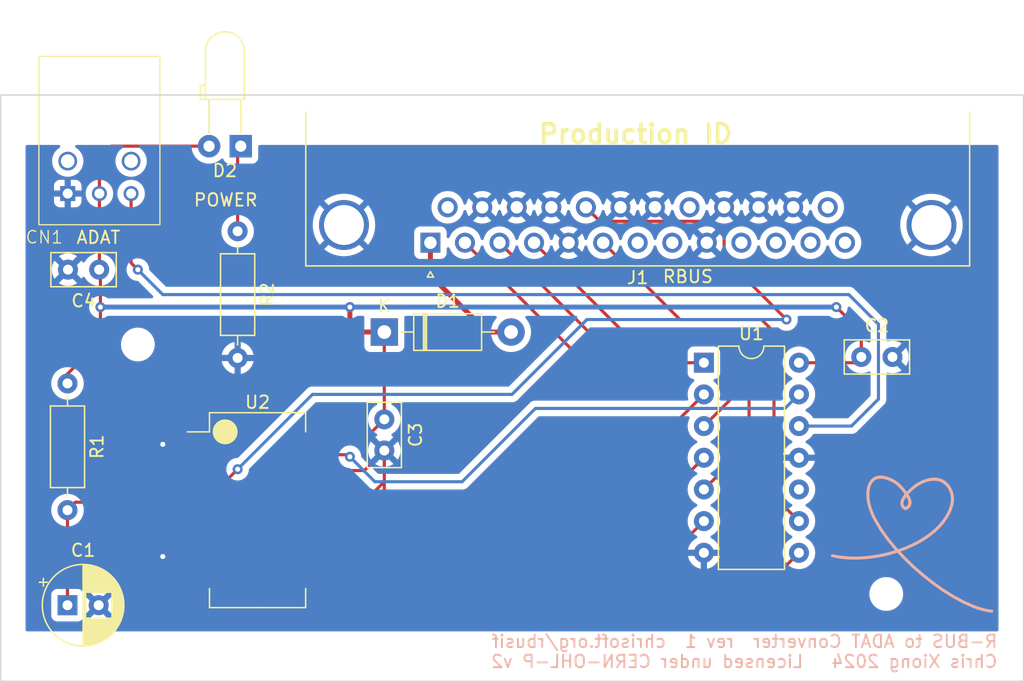
<source format=kicad_pcb>
(kicad_pcb (version 20221018) (generator pcbnew)

  (general
    (thickness 1.6)
  )

  (paper "A4")
  (title_block
    (title "RBUS-ADAT")
    (date "2024-01-26")
    (rev "0")
    (company "Chrisoft")
    (comment 1 "Licensed under CERN-OHL-P v2 or later")
  )

  (layers
    (0 "F.Cu" signal)
    (31 "B.Cu" signal)
    (32 "B.Adhes" user "B.Adhesive")
    (33 "F.Adhes" user "F.Adhesive")
    (34 "B.Paste" user)
    (35 "F.Paste" user)
    (36 "B.SilkS" user "B.Silkscreen")
    (37 "F.SilkS" user "F.Silkscreen")
    (38 "B.Mask" user)
    (39 "F.Mask" user)
    (40 "Dwgs.User" user "User.Drawings")
    (41 "Cmts.User" user "User.Comments")
    (42 "Eco1.User" user "User.Eco1")
    (43 "Eco2.User" user "User.Eco2")
    (44 "Edge.Cuts" user)
    (45 "Margin" user)
    (46 "B.CrtYd" user "B.Courtyard")
    (47 "F.CrtYd" user "F.Courtyard")
    (48 "B.Fab" user)
    (49 "F.Fab" user)
    (50 "User.1" user)
    (51 "User.2" user)
    (52 "User.3" user)
    (53 "User.4" user)
    (54 "User.5" user)
    (55 "User.6" user)
    (56 "User.7" user)
    (57 "User.8" user)
    (58 "User.9" user)
  )

  (setup
    (pad_to_mask_clearance 0)
    (pcbplotparams
      (layerselection 0x00010fc_ffffffff)
      (plot_on_all_layers_selection 0x0000000_00000000)
      (disableapertmacros false)
      (usegerberextensions false)
      (usegerberattributes true)
      (usegerberadvancedattributes true)
      (creategerberjobfile true)
      (dashed_line_dash_ratio 12.000000)
      (dashed_line_gap_ratio 3.000000)
      (svgprecision 4)
      (plotframeref false)
      (viasonmask false)
      (mode 1)
      (useauxorigin false)
      (hpglpennumber 1)
      (hpglpenspeed 20)
      (hpglpendiameter 15.000000)
      (dxfpolygonmode true)
      (dxfimperialunits true)
      (dxfusepcbnewfont true)
      (psnegative false)
      (psa4output false)
      (plotreference true)
      (plotvalue true)
      (plotinvisibletext false)
      (sketchpadsonfab false)
      (subtractmaskfromsilk false)
      (outputformat 1)
      (mirror false)
      (drillshape 0)
      (scaleselection 1)
      (outputdirectory "./out")
    )
  )

  (net 0 "")
  (net 1 "+5V")
  (net 2 "Net-(D1-A)")
  (net 3 "GND")
  (net 4 "unconnected-(U2-N{slash}C-Pad2)")
  (net 5 "unconnected-(U2-N{slash}C-Pad3)")
  (net 6 "LRCK")
  (net 7 "Net-(U2-RESET_N)")
  (net 8 "/IN0")
  (net 9 "/IN1")
  (net 10 "/IN2")
  (net 11 "/IN3")
  (net 12 "Net-(U2-OPOUT)")
  (net 13 "/SDO5")
  (net 14 "/SDO4")
  (net 15 "/SDO6")
  (net 16 "/SDO7")
  (net 17 "unconnected-(J1-Pad7)")
  (net 18 "unconnected-(J1-Pad8)")
  (net 19 "unconnected-(J1-Pad10)")
  (net 20 "unconnected-(J1-Pad11)")
  (net 21 "unconnected-(J1-Pad12)")
  (net 22 "unconnected-(J1-Pad13)")
  (net 23 "unconnected-(J1-P14-Pad14)")
  (net 24 "unconnected-(J1-P21-Pad21)")
  (net 25 "unconnected-(J1-P25-Pad25)")
  (net 26 "unconnected-(U1-Pad10)")
  (net 27 "Net-(CN1-Vin)")
  (net 28 "Net-(D2-K)")

  (footprint "LED_THT:LED_D3.0mm_Horizontal_O3.81mm_Z2.0mm" (layer "F.Cu") (at 100.25 52.1 180))

  (footprint "Capacitor_THT:C_Disc_D5.0mm_W2.5mm_P2.50mm" (layer "F.Cu") (at 111.76 74 -90))

  (footprint "Resistor_THT:R_Axial_DIN0207_L6.3mm_D2.5mm_P10.16mm_Horizontal" (layer "F.Cu") (at 100 58.92 -90))

  (footprint "Package_SO:SOIC-20W_7.5x15.4mm_P1.27mm" (layer "F.Cu") (at 101.6 81.28))

  (footprint "Resistor_THT:R_Axial_DIN0207_L6.3mm_D2.5mm_P10.16mm_Horizontal" (layer "F.Cu") (at 86.36 71.12 -90))

  (footprint "Connector_Dsub:DSUB-25_Female_Horizontal_P2.77x2.84mm_EdgePinOffset7.70mm_Housed_MountingHolesOffset9.12mm" (layer "F.Cu") (at 115.455 59.84 180))

  (footprint "Package_DIP:DIP-14_W7.62mm" (layer "F.Cu") (at 137.38 69.46))

  (footprint "MountingHole:MountingHole_2.2mm_M2" (layer "F.Cu") (at 92 68))

  (footprint "Capacitor_THT:CP_Radial_D6.3mm_P2.50mm" (layer "F.Cu") (at 86.36 88.9))

  (footprint "Capacitor_THT:C_Disc_D5.0mm_W2.5mm_P2.50mm" (layer "F.Cu") (at 88.9 62 180))

  (footprint "Diode_THT:D_DO-41_SOD81_P10.16mm_Horizontal" (layer "F.Cu") (at 111.76 67))

  (footprint "adat-proj:FCR684208T" (layer "F.Cu") (at 88.92 50.8 90))

  (footprint "Capacitor_THT:C_Disc_D5.0mm_W2.5mm_P2.50mm" (layer "F.Cu") (at 150 69))

  (footprint "MountingHole:MountingHole_2.2mm_M2" (layer "F.Cu") (at 152 88))

  (gr_line (start 153.791542 80.981282) (end 153.745875 81.031136)
    (stroke (width 0.24) (type solid)) (layer "B.SilkS") (tstamp 0033533d-3e33-4627-bf9d-5cd8fe7ced7f))
  (gr_line (start 157.286733 80.661619) (end 157.270017 80.763017)
    (stroke (width 0.24) (type solid)) (layer "B.SilkS") (tstamp 01066e1e-45e1-4c1b-96f8-bf55a1707aad))
  (gr_line (start 155.811437 78.799717) (end 155.937687 78.799651)
    (stroke (width 0.24) (type solid)) (layer "B.SilkS") (tstamp 033421bd-47d5-4782-8692-170f2cc50db0))
  (gr_line (start 153.306705 80.948051) (end 153.290616 80.916605)
    (stroke (width 0.24) (type solid)) (layer "B.SilkS") (tstamp 045d7dc0-d469-492e-a7b4-2fb3b8b91a8a))
  (gr_line (start 151.790474 78.653941) (end 151.864968 78.66896)
    (stroke (width 0.24) (type solid)) (layer "B.SilkS") (tstamp 04b221c4-c172-48e7-b4c6-f82678cf98da))
  (gr_line (start 148 85) (end 147.677589 84.934025)
    (stroke (width 0.24) (type solid)) (layer "B.SilkS") (tstamp 054c2800-1921-41ab-85d6-f1f1370d56d6))
  (gr_line (start 153.276833 80.882542) (end 153.26576 80.845789)
    (stroke (width 0.24) (type solid)) (layer "B.SilkS") (tstamp 05829a5d-5b28-47b6-8a87-058deab9d2de))
  (gr_line (start 157.119735 81.251344) (end 156.995974 81.526772)
    (stroke (width 0.24) (type solid)) (layer "B.SilkS") (tstamp 063ff156-ea35-4418-974b-397f7f130831))
  (gr_line (start 157.297926 80.561036) (end 157.286733 80.661619)
    (stroke (width 0.24) (type solid)) (layer "B.SilkS") (tstamp 07f86ed3-bbaa-4e35-bb94-aac8f4bc4bb1))
  (gr_line (start 152.017014 78.710456) (end 152.160008 78.759223)
    (stroke (width 0.24) (type solid)) (layer "B.SilkS") (tstamp 098bb451-78df-47a5-a225-1f41de2752a5))
  (gr_line (start 153.771578 80.23764) (end 153.807336 80.310619)
    (stroke (width 0.24) (type solid)) (layer "B.SilkS") (tstamp 09fd3c58-b3c2-4585-8849-c0311849059a))
  (gr_line (start 149.020807 85.113538) (end 148.672733 85.089563)
    (stroke (width 0.24) (type solid)) (layer "B.SilkS") (tstamp 0a2466ff-c138-4c61-83a8-3a2fe8fb6c24))
  (gr_line (start 153.25286 80.71868) (end 153.256684 80.670454)
    (stroke (width 0.24) (type solid)) (layer "B.SilkS") (tstamp 0e7b1c6e-e9b2-4acb-8050-267167762f01))
  (gr_line (start 156.898246 79.271344) (end 156.953093 79.338303)
    (stroke (width 0.24) (type solid)) (layer "B.SilkS") (tstamp 13478c2e-ef52-4ad3-8dc1-d56ed7ed1122))
  (gr_line (start 153.364749 81.027393) (end 153.344176 81.003373)
    (stroke (width 0.24) (type solid)) (layer "B.SilkS") (tstamp 13ce2e81-0a54-49fd-8b7e-3f5407bbb0da))
  (gr_line (start 153.549014 81.154156) (end 153.519892 81.141595)
    (stroke (width 0.24) (type solid)) (layer "B.SilkS") (tstamp 1458d1d8-b8d4-49cd-b45f-8220c357ed7f))
  (gr_line (start 156.273798 78.855209) (end 156.353128 78.882729)
    (stroke (width 0.24) (type solid)) (layer "B.SilkS") (tstamp 14be3952-aa23-4f40-81a2-7ef995a97ee8))
  (gr_line (start 150.807009 81.391619) (end 150.686271 81.047869)
    (stroke (width 0.24) (type solid)) (layer "B.SilkS") (tstamp 15c1f3a0-34d4-4fac-996d-bbbd8e12c6b0))
  (gr_line (start 156.680811 82.051735) (end 156.491657 82.300882)
    (stroke (width 0.24) (type solid)) (layer "B.SilkS") (tstamp 15dfada4-4ac0-41c0-ac21-082778a441e5))
  (gr_line (start 153.653109 81.103026) (end 153.612237 81.126393)
    (stroke (width 0.24) (type solid)) (layer "B.SilkS") (tstamp 161bb706-ec64-40df-83c5-e0aba1e65a75))
  (gr_line (start 155.549485 78.822465) (end 155.681983 78.807127)
    (stroke (width 0.24) (type solid)) (layer "B.SilkS") (tstamp 19594146-1f9f-446b-af72-5250887006b7))
  (gr_line (start 151.138522 82.104477) (end 150.958318 81.744301)
    (stroke (width 0.24) (type solid)) (layer "B.SilkS") (tstamp 19610f8c-40f6-4807-89b9-90b50d6b71d0))
  (gr_line (start 153.896812 80.673627) (end 153.894511 80.722428)
    (stroke (width 0.24) (type solid)) (layer "B.SilkS") (tstamp 19dd9f20-69d6-40a1-b3e8-a93184604cca))
  (gr_line (start 150.464917 85.075261) (end 150.098365 85.104569)
    (stroke (width 0.24) (type solid)) (layer "B.SilkS") (tstamp 1bcfdd6f-ea59-4af4-aafe-a2ab1432751c))
  (gr_line (start 150.641082 79.30234) (end 150.67105 79.226647)
    (stroke (width 0.24) (type solid)) (layer "B.SilkS") (tstamp 1eff684f-1c02-4c3e-8a4d-e435b8d62619))
  (gr_line (start 150.912387 78.870934) (end 150.961957 78.827644)
    (stroke (width 0.24) (type solid)) (layer "B.SilkS") (tstamp 22a21515-174c-40c9-a3f7-3f8562b5e556))
  (gr_line (start 153.018487 84.521577) (end 152.662877 84.636659)
    (stroke (width 0.24) (type solid)) (layer "B.SilkS") (tstamp 22d9dc87-fa4f-4e5b-8dcb-1fc0d19a5a0f))
  (gr_line (start 151.578892 82.841549) (end 151.138522 82.104477)
    (stroke (width 0.24) (type solid)) (layer "B.SilkS") (tstamp 22e56c36-c596-4c2e-a9c0-110da14cf2f3))
  (gr_line (start 149.734747 85.120847) (end 149.375186 85.123902)
    (stroke (width 0.24) (type solid)) (layer "B.SilkS") (tstamp 26a38ea4-123a-4008-b146-bf0b85b69ae2))
  (gr_line (start 153.888215 80.56633) (end 153.894843 80.621622)
    (stroke (width 0.24) (type solid)) (layer "B.SilkS") (tstamp 26bb2fa4-f579-42e9-b682-9cfdb34a029b))
  (gr_line (start 153.859428 80.445548) (end 153.87654 80.507666)
    (stroke (width 0.24) (type solid)) (layer "B.SilkS") (tstamp 285c8cd2-d0f6-4136-9a1c-cae013f0be66))
  (gr_line (start 155.754903 87.127632) (end 154.94347 86.487096)
    (stroke (width 0.24) (type solid)) (layer "B.SilkS") (tstamp 28ead663-dd4b-4acf-bac0-ac194cf833a9))
  (gr_line (start 153.745875 81.031136) (end 153.698693 81.071496)
    (stroke (width 0.24) (type solid)) (layer "B.SilkS") (tstamp 2935f8e5-9412-421e-aada-89c21f33ffaf))
  (gr_line (start 153.807336 80.310619) (end 153.836489 80.379894)
    (stroke (width 0.24) (type solid)) (layer "B.SilkS") (tstamp 29a414b0-e12b-431d-8ae1-17f8402c84ad))
  (gr_line (start 153.438808 80.243568) (end 153.491884 80.168969)
    (stroke (width 0.24) (type solid)) (layer "B.SilkS") (tstamp 2a3ab0ec-dfc9-484a-b4bc-bcc77e406424))
  (gr_line (start 150.570696 79.558433) (end 150.590807 79.468189)
    (stroke (width 0.24) (type solid)) (layer "B.SilkS") (tstamp 2a5a7fe9-fd98-40d0-b7e8-f717ddee751f))
  (gr_line (start 156.995974 81.526772) (end 156.849291 81.793633)
    (stroke (width 0.24) (type solid)) (layer "B.SilkS") (tstamp 2a974279-23f5-46cb-adf2-495aac282865))
  (gr_line (start 154.092075 79.540276) (end 154.246263 79.41356)
    (stroke (width 0.24) (type solid)) (layer "B.SilkS") (tstamp 2aa30416-d0f3-4f7f-b8e7-0fcf77bd2cc1))
  (gr_line (start 153.393307 80.314621) (end 153.438808 80.243568)
    (stroke (width 0.24) (type solid)) (layer "B.SilkS") (tstamp 2cc5aeca-b662-47c0-8ba7-3f73f9ca0d76))
  (gr_line (start 153.368037 84.395018) (end 153.018487 84.521577)
    (stroke (width 0.24) (type solid)) (layer "B.SilkS") (tstamp 2d765df2-a87b-43fa-957b-4fa98f26ba41))
  (gr_line (start 153.612237 81.126393) (end 153.579189 81.14226)
    (stroke (width 0.24) (type solid)) (layer "B.SilkS") (tstamp 2fb1d9fe-fb92-4108-a029-4c055ef6ddca))
  (gr_line (start 155.550794 83.204047) (end 155.275137 83.405512)
    (stroke (width 0.24) (type solid)) (layer "B.SilkS") (tstamp 304f603b-21ca-4fce-a483-8e7e9e333e61))
  (gr_line (start 150.67105 79.226647) (end 150.704111 79.155715)
    (stroke (width 0.24) (type solid)) (layer "B.SilkS") (tstamp 315a3db7-e1d4-4c95-80d9-d51670e7559a))
  (gr_line (start 153.298204 80.507213) (end 153.323411 80.446372)
    (stroke (width 0.24) (type solid)) (layer "B.SilkS") (tstamp 322bbed9-686d-4a9a-87ae-1a43d2de73aa))
  (gr_line (start 152.160008 78.759223) (end 152.293536 78.81132)
    (stroke (width 0.24) (type solid)) (layer "B.SilkS") (tstamp 32ebc884-f2b0-4fff-bbf2-d36a31246640))
  (gr_line (start 153.26576 80.845789) (end 153.257804 80.806276)
    (stroke (width 0.24) (type solid)) (layer "B.SilkS") (tstamp 358e0181-9e58-45c6-a666-cfa507d54d89))
  (gr_line (start 152.645394 78.989469) (end 152.749127 79.056765)
    (stroke (width 0.24) (type solid)) (layer "B.SilkS") (tstamp 36f44e61-4468-4c6c-a9c3-63429b016dfc))
  (gr_line (start 150.686271 81.047869) (end 150.597786 80.714492)
    (stroke (width 0.24) (type solid)) (layer "B.SilkS") (tstamp 371d2e48-b9d6-4527-9330-2e525a6bd2dd))
  (gr_line (start 157.270017 80.763017) (end 157.247636 80.865051)
    (stroke (width 0.24) (type solid)) (layer "B.SilkS") (tstamp 3740bbd6-9344-4f53-aae7-358a6e43df43))
  (gr_line (start 153.620789 79.995654) (end 153.678694 80.080241)
    (stroke (width 0.24) (type solid)) (layer "B.SilkS") (tstamp 380e9b67-3cfe-4ba2-8697-5a1fa2c12f25))
  (gr_line (start 150.614302 79.38284) (end 150.641082 79.30234)
    (stroke (width 0.24) (type solid)) (layer "B.SilkS") (tstamp 39015a89-4c80-4cd0-bf99-cc68478613bb))
  (gr_line (start 154.94347 86.487096) (end 154.1603 85.801681)
    (stroke (width 0.24) (type solid)) (layer "B.SilkS") (tstamp 3c795679-e918-4923-b96b-77ddbdb443a1))
  (gr_line (start 157.004518 79.408751) (end 157.052382 79.482511)
    (stroke (width 0.24) (type solid)) (layer "B.SilkS") (tstamp 3e3d8b5d-4592-4d06-8bcf-95e0f34971e8))
  (gr_line (start 155.135316 78.921883) (end 155.275992 78.879259)
    (stroke (width 0.24) (type solid)) (layer "B.SilkS") (tstamp 3eda6ca1-0d6f-4701-bebb-e4713b67c5e0))
  (gr_line (start 156.192449 78.832963) (end 156.273798 78.855209)
    (stroke (width 0.24) (type solid)) (layer "B.SilkS") (tstamp 3f06e493-ae1a-472c-b484-2c3732faeb19))
  (gr_line (start 153.710404 84.257176) (end 153.368037 84.395018)
    (stroke (width 0.24) (type solid)) (layer "B.SilkS") (tstamp 44f69abd-6d55-4aad-96cc-de19d83ac590))
  (gr_line (start 151.183383 78.698564) (end 151.24404 78.677093)
    (stroke (width 0.24) (type solid)) (layer "B.SilkS") (tstamp 46ec9d58-57aa-4e06-b5d3-606881321817))
  (gr_line (start 157.247636 80.865051) (end 157.21945 80.967544)
    (stroke (width 0.24) (type solid)) (layer "B.SilkS") (tstamp 47ca9346-67e3-4aae-8655-894e6d075b08))
  (gr_line (start 153.202444 79.461066) (end 153.285684 79.556808)
    (stroke (width 0.24) (type solid)) (layer "B.SilkS") (tstamp 48d69eb4-8714-4eb2-8f05-75acf404e22c))
  (gr_line (start 150.779118 79.027959) (end 150.82087 78.971047)
    (stroke (width 0.24) (type solid)) (layer "B.SilkS") (tstamp 496b4e07-ba33-4336-9165-d3aa4e8a7681))
  (gr_line (start 150.541012 79.75378) (end 150.554065 79.653615)
    (stroke (width 0.24) (type solid)) (layer "B.SilkS") (tstamp 4c4c090e-2b64-45c9-a335-025cadddaf88))
  (gr_line (start 156.491657 82.300882) (end 156.282955 82.540881)
    (stroke (width 0.24) (type solid)) (layer "B.SilkS") (tstamp 4d9e43c3-ca3f-4440-ac1a-231f275c99b0))
  (gr_line (start 153.728827 80.160876) (end 153.771578 80.23764)
    (stroke (width 0.24) (type solid)) (layer "B.SilkS") (tstamp 54ccf51a-8080-4e27-8da9-ec65cea32365))
  (gr_line (start 157.303734 80.461445) (end 157.297926 80.561036)
    (stroke (width 0.24) (type solid)) (layer "B.SilkS") (tstamp 56a3c76c-a7d4-47ab-93e6-ca6f54858188))
  (gr_line (start 153.278951 80.564792) (end 153.298204 80.507213)
    (stroke (width 0.24) (type solid)) (layer "B.SilkS") (tstamp 57d30c95-34db-4b7e-a1b0-9bad6d562039))
  (gr_line (start 159.765855 89.254088) (end 159.39593 89.14591)
    (stroke (width 0.24) (type solid)) (layer "B.SilkS") (tstamp 5855550e-99a5-4afa-b254-33688b655038))
  (gr_line (start 157.20542 79.807104) (end 157.233374 79.894748)
    (stroke (width 0.24) (type solid)) (layer "B.SilkS") (tstamp 59f91493-af0d-4d3b-80fd-44f3ecc8edb6))
  (gr_line (start 154.246263 79.41356) (end 154.398999 79.300608)
    (stroke (width 0.24) (type solid)) (layer "B.SilkS") (tstamp 5a5a8258-005b-4058-8187-d78529303f1f))
  (gr_line (start 151.013939 78.788806) (end 151.068235 78.754376)
    (stroke (width 0.24) (type solid)) (layer "B.SilkS") (tstamp 5ae252a7-2332-49bf-9958-aa0b5261fe64))
  (gr_line (start 156.109221 78.816169) (end 156.192449 78.832963)
    (stroke (width 0.24) (type solid)) (layer "B.SilkS") (tstamp 5b91e763-ffff-481d-ae33-69484295b624))
  (gr_line (start 157.21945 80.967544) (end 157.119735 81.251344)
    (stroke (width 0.24) (type solid)) (layer "B.SilkS") (tstamp 5f761926-0e80-4ed0-bcbc-c72f67abe8ab))
  (gr_line (start 156.282955 82.540881) (end 156.055828 82.771538)
    (stroke (width 0.24) (type solid)) (layer "B.SilkS") (tstamp 5f840285-dcf7-4610-9642-251d3d343b21))
  (gr_line (start 153.88833 80.768107) (end 153.878658 80.810747)
    (stroke (width 0.24) (type solid)) (layer "B.SilkS") (tstamp 5ffa1ed6-6ac0-4043-8b84-b60160d4fb9c))
  (gr_line (start 155.414102 78.846315) (end 155.549485 78.822465)
    (stroke (width 0.24) (type solid)) (layer "B.SilkS") (tstamp 601639fa-eea2-4c7a-9e0f-51a602b7a8d0))
  (gr_line (start 151.124749 78.72431) (end 151.183383 78.698564)
    (stroke (width 0.24) (type solid)) (layer "B.SilkS") (tstamp 60667d0a-d23c-42ba-8ca3-af1ad2f5adad))
  (gr_line (start 151.864968 78.66896) (end 151.940514 78.687813)
    (stroke (width 0.24) (type solid)) (layer "B.SilkS") (tstamp 6197eced-3b9a-454c-82bd-6c2ac3ea6439))
  (gr_line (start 160.122696 89.333772) (end 159.765855 89.254088)
    (stroke (width 0.24) (type solid)) (layer "B.SilkS") (tstamp 63993650-defd-404b-afbd-cc92ac9613b4))
  (gr_line (start 151.504957 78.633081) (end 151.574273 78.632325)
    (stroke (width 0.24) (type solid)) (layer "B.SilkS") (tstamp 6407bc01-213b-4b44-9aba-7b910485ee8c))
  (gr_line (start 151.068235 78.754376) (end 151.124749 78.72431)
    (stroke (width 0.24) (type solid)) (layer "B.SilkS") (tstamp 6477b988-b5c0-4a35-930b-d3af496b2205))
  (gr_line (start 157.136865 79.639254) (end 157.173204 79.72188)
    (stroke (width 0.24) (type solid)) (layer "B.SilkS") (tstamp 64e7a055-b037-4fb6-b466-323456659e52))
  (gr_line (start 152.662877 84.636659) (end 152.302332 84.740069)
    (stroke (width 0.24) (type solid)) (layer "B.SilkS") (tstamp 675860cc-3fd5-4d9f-b420-f5cc2bb8eede))
  (gr_line (start 156.840118 79.208055) (end 156.898246 79.271344)
    (stroke (width 0.24) (type solid)) (layer "B.SilkS") (tstamp 67d6d652-df34-4d42-9a44-09236cfae0e0))
  (gr_line (start 152.941104 79.204357) (end 153.03096 79.285029)
    (stroke (width 0.24) (type solid)) (layer "B.SilkS") (tstamp 687dd50d-031e-4a4f-8067-d3e18d23585b))
  (gr_line (start 151.570931 84.9111) (end 151.202324 84.978333)
    (stroke (width 0.24) (type solid)) (layer "B.SilkS") (tstamp 69dcc9e5-8d59-4555-b29a-87f472e2dca0))
  (gr_line (start 157.052382 79.482511) (end 157.096545 79.559405)
    (stroke (width 0.24) (type solid)) (layer "B.SilkS") (tstamp 6cb6a97e-7bb3-499f-af53-e22ee3006473))
  (gr_line (start 150.531633 79.858971) (end 150.541012 79.75378)
    (stroke (width 0.24) (type solid)) (layer "B.SilkS") (tstamp 6cbbc185-4157-44a6-8faa-d02add07299c))
  (gr_line (start 153.257804 80.806276) (end 153.253369 80.763929)
    (stroke (width 0.24) (type solid)) (layer "B.SilkS") (tstamp 6e353433-3672-4caf-ab4e-7eaa766ac09e))
  (gr_line (start 153.324693 80.97695) (end 153.306705 80.948051)
    (stroke (width 0.24) (type solid)) (layer "B.SilkS") (tstamp 6eb72f67-e1ca-4f0d-9b04-e1ab4c938b8c))
  (gr_line (start 151.24404 78.677093) (end 151.306623 78.659854)
    (stroke (width 0.24) (type solid)) (layer "B.SilkS") (tstamp 6fdf0f56-ad4e-400d-975c-07be03ba83eb))
  (gr_line (start 150.098365 85.104569) (end 149.734747 85.120847)
    (stroke (width 0.24) (type solid)) (layer "B.SilkS") (tstamp 710ff0e5-6f80-4a70-950a-9bfb8e656bc1))
  (gr_line (start 153.256684 80.670454) (end 153.265246 80.619182)
    (stroke (width 0.24) (type solid)) (layer "B.SilkS") (tstamp 724fd3f8-a009-4dfb-a0f6-e61dd9ea321c))
  (gr_line (start 149.375186 85.123902) (end 149.020807 85.113538)
    (stroke (width 0.24) (type solid)) (layer "B.SilkS") (tstamp 73f56a3a-d3e4-4461-ba31-f35a7f836991))
  (gr_line (start 150.590807 79.468189) (end 150.614302 79.38284)
    (stroke (width 0.24) (type solid)) (layer "B.SilkS") (tstamp 74862171-2849-45ec-8547-62101ade9be2))
  (gr_line (start 155.275992 78.879259) (end 155.414102 78.846315)
    (stroke (width 0.24) (type solid)) (layer "B.SilkS") (tstamp 75850993-ccaa-4c0a-9ec6-f5dd3bf9a4d5))
  (gr_line (start 154.550123 79.200837) (end 154.699476 79.113662)
    (stroke (width 0.24) (type solid)) (layer "B.SilkS") (tstamp 78b6254d-affd-4a2b-bffa-1685b6bac771))
  (gr_line (start 154.36909 83.948419) (end 154.044463 84.108245)
    (stroke (width 0.24) (type solid)) (layer "B.SilkS") (tstamp 7b9d9794-6b2f-4734-8dff-c8b6bbe4af86))
  (gr_line (start 153.386005 81.049081) (end 153.364749 81.027393)
    (stroke (width 0.24) (type solid)) (layer "B.SilkS") (tstamp 7c39d747-15d0-430d-b282-690a6e3f6592))
  (gr_line (start 148.672733 85.089563) (end 148.33209 85.051782)
    (stroke (width 0.24) (type solid)) (layer "B.SilkS") (tstamp 7cd039e9-7d3f-4b20-90d5-ca71bab95e6d))
  (gr_line (start 153.878658 80.810747) (end 153.865883 80.850432)
    (stroke (width 0.24) (type solid)) (layer "B.SilkS") (tstamp 7ed7c694-8c9e-4562-aa2c-a78cf5f49ee5))
  (gr_line (start 156.64745 79.04198) (end 156.71458 79.093194)
    (stroke (width 0.24) (type solid)) (layer "B.SilkS") (tstamp 7eff520d-4582-4adb-a259-a148abc4c263))
  (gr_line (start 151.645029 78.635579) (end 151.717128 78.642799)
    (stroke (width 0.24) (type solid)) (layer "B.SilkS") (tstamp 80b1e893-3b7c-4c4a-bb69-8e7a5cdf47d4))
  (gr_line (start 157.408823 88.228006) (end 156.581165 87.711774)
    (stroke (width 0.24) (type solid)) (layer "B.SilkS") (tstamp 823cacfc-9b92-4641-b8b2-a63c1a05802a))
  (gr_line (start 157.256925 79.984634) (end 157.275933 80.076583)
    (stroke (width 0.24) (type solid)) (layer "B.SilkS") (tstamp 82d01169-f45d-452b-a8ca-2ceb95154dfd))
  (gr_line (start 153.622382 80.008843) (end 153.779975 79.837333)
    (stroke (width 0.24) (type solid)) (layer "B.SilkS") (tstamp 82d8fcb3-9f30-4283-bac5-38dc92c1d067))
  (gr_line (start 159.39593 89.14591) (end 159.014601 89.010678)
    (stroke (width 0.24) (type solid)) (layer "B.SilkS") (tstamp 83510e91-ab03-4216-99ac-a62a33cd977d))
  (gr_line (start 156.953093 79.338303) (end 157.004518 79.408751)
    (stroke (width 0.24) (type solid)) (layer "B.SilkS") (tstamp 8370141f-3bed-4c00-bff4-4bb164c41834))
  (gr_line (start 159.014601 89.010678) (end 158.224446 88.664813)
    (stroke (width 0.24) (type solid)) (layer "B.SilkS") (tstamp 84a00e39-9f70-48f1-ae95-c45a5b457b62))
  (gr_line (start 151.937975 84.831615) (end 151.570931 84.9111)
    (stroke (width 0.24) (type solid)) (layer "B.SilkS") (tstamp 87987b5e-f279-4b62-8465-a7a4aa5d4564))
  (gr_line (start 150.704111 79.155715) (end 150.740165 79.089501)
    (stroke (width 0.24) (type solid)) (layer "B.SilkS") (tstamp 884cd794-cda3-4923-82fa-39d39087a21b))
  (gr_line (start 153.894843 80.621622) (end 153.896812 80.673627)
    (stroke (width 0.24) (type solid)) (layer "B.SilkS") (tstamp 891e389f-d2b7-48da-b642-3db501070790))
  (gr_line (start 150.865326 78.91872) (end 150.912387 78.870934)
    (stroke (width 0.24) (type solid)) (layer "B.SilkS") (tstamp 8925d545-57ae-49f5-acd8-0c406d14104c))
  (gr_line (start 151.371035 78.646801) (end 151.437179 78.637892)
    (stroke (width 0.24) (type solid)) (layer "B.SilkS") (tstamp 8a419d0b-e55d-4b50-b1fb-6ae6fe0d8d33))
  (gr_line (start 160.464775 89.383525) (end 160.122696 89.333772)
    (stroke (width 0.24) (type solid)) (layer "B.SilkS") (tstamp 8a56363e-b845-45b1-8bbe-d8fd5a69a84d))
  (gr_line (start 152.749127 79.056765) (end 152.847428 79.128332)
    (stroke (width 0.24) (type solid)) (layer "B.SilkS") (tstamp 8a60a45a-6e17-4c61-9e8b-fa62fc87460f))
  (gr_line (start 156.77885 79.148612) (end 156.840118 79.208055)
    (stroke (width 0.24) (type solid)) (layer "B.SilkS") (tstamp 8ced9bb8-71fa-4ca8-8a7b-cf3c45441ed1))
  (gr_line (start 153.323411 80.446372) (end 153.354977 80.382198)
    (stroke (width 0.24) (type solid)) (layer "B.SilkS") (tstamp 8d9a3e44-532d-4266-bd39-bec4c08b4bb8))
  (gr_line (start 156.581165 87.711774) (end 155.754903 87.127632)
    (stroke (width 0.24) (type solid)) (layer "B.SilkS") (tstamp 8ee08fe5-1f76-4f4e-8412-962fbc563992))
  (gr_line (start 153.832583 80.921269) (end 153.812835 80.952587)
    (stroke (width 0.24) (type solid)) (layer "B.SilkS") (tstamp 93b1aff8-51c8-40a9-bdde-7892eb3aa3d1))
  (gr_line (start 150.543231 80.392926) (end 150.524286 80.084612)
    (stroke (width 0.24) (type solid)) (layer "B.SilkS") (tstamp 95b950e3-db28-49db-9017-217c705192cf))
  (gr_line (start 156.055828 82.771538) (end 155.811399 82.992658)
    (stroke (width 0.24) (type solid)) (layer "B.SilkS") (tstamp 98e020bf-2056-43f6-a572-a1bdeb4ad90a))
  (gr_line (start 153.285684 79.556808) (end 153.368332 79.65795)
    (stroke (width 0.24) (type solid)) (layer "B.SilkS") (tstamp 99e3ad7c-fae3-4e72-9f1c-93549e094e61))
  (gr_line (start 153.290616 80.916605) (end 153.276833 80.882542)
    (stroke (width 0.24) (type solid)) (layer "B.SilkS") (tstamp 9a4d8e1e-fa6a-4bd9-af95-513f7b30e022))
  (gr_line (start 153.812835 80.952587) (end 153.791542 80.981282)
    (stroke (width 0.24) (type solid)) (layer "B.SilkS") (tstamp 9bf17e8e-a067-477e-a545-03f1fe7fe7d1))
  (gr_line (start 152.535423 78.926255) (end 152.645394 78.989469)
    (stroke (width 0.24) (type solid)) (layer "B.SilkS") (tstamp a5261fd9-8580-471b-a9b7-3d86ba775fcd))
  (gr_line (start 148.33209 85.051782) (end 148 85)
    (stroke (width 0.24) (type solid)) (layer "B.SilkS") (tstamp a57ab551-5850-45b5-acd8-20bac8398c85))
  (gr_line (start 150.740165 79.089501) (end 150.779118 79.027959)
    (stroke (width 0.24) (type solid)) (layer "B.SilkS") (tstamp a5c7b0ef-16b2-4d31-afc6-161773d1e28b))
  (gr_line (start 152.302332 84.740069) (end 151.937975 84.831615)
    (stroke (width 0.24) (type solid)) (layer "B.SilkS") (tstamp a6e23b99-b2a0-4bf9-9c14-27e7f8132d91))
  (gr_line (start 153.519892 81.141595) (end 153.488354 81.125037)
    (stroke (width 0.24) (type solid)) (layer "B.SilkS") (tstamp a8623818-9f90-4e79-92df-dd7c7e794c4b))
  (gr_line (start 157.173204 79.72188) (end 157.20542 79.807104)
    (stroke (width 0.24) (type solid)) (layer "B.SilkS") (tstamp aa64c5a4-ce04-4880-a15f-86b973ab6d32))
  (gr_line (start 152.114688 83.591322) (end 151.578892 82.841549)
    (stroke (width 0.24) (type solid)) (layer "B.SilkS") (tstamp aa74e6d1-a818-4ef2-97bb-69fe639fa156))
  (gr_line (start 150.554065 79.653615) (end 150.570696 79.558433)
    (stroke (width 0.24) (type solid)) (layer "B.SilkS") (tstamp aae2f7d4-0703-4184-9091-9d08a8fb78b7))
  (gr_line (start 154.68316 83.777892) (end 154.36909 83.948419)
    (stroke (width 0.24) (type solid)) (layer "B.SilkS") (tstamp ab14b363-3c0e-45f3-8b0c-64dcd9360d07))
  (gr_line (start 153.698693 81.071496) (end 153.653109 81.103026)
    (stroke (width 0.24) (type solid)) (layer "B.SilkS") (tstamp ad2f04f7-00aa-470f-8d61-e46a20b60257))
  (gr_line (start 153.344176 81.003373) (end 153.324693 80.97695)
    (stroke (width 0.24) (type solid)) (layer "B.SilkS") (tstamp ad35be06-58ce-4bb3-a73f-4260c311c2bf))
  (gr_line (start 150.958318 81.744301) (end 150.807009 81.391619)
    (stroke (width 0.24) (type solid)) (layer "B.SilkS") (tstamp af168811-2eef-4671-8ab9-36cd0597068e))
  (gr_line (start 156.430299 78.915345) (end 156.505169 78.952877)
    (stroke (width 0.24) (type solid)) (layer "B.SilkS") (tstamp b0184731-2e3e-40d5-bd66-fc821180aa22))
  (gr_line (start 156.353128 78.882729) (end 156.430299 78.915345)
    (stroke (width 0.24) (type solid)) (layer "B.SilkS") (tstamp b05764a8-c5a5-4d3e-b925-dedcc4f17ee2))
  (gr_line (start 153.936592 79.681339) (end 154.092075 79.540276)
    (stroke (width 0.24) (type solid)) (layer "B.SilkS") (tstamp b0871560-66d5-45a1-ba73-8c3bc32bd853))
  (gr_line (start 151.202324 84.978333) (end 150.833278 85.033118)
    (stroke (width 0.24) (type solid)) (layer "B.SilkS") (tstamp b2e8265a-bb49-43b1-8936-663f81a49e08))
  (gr_line (start 153.865883 80.850432) (end 153.850395 80.887245)
    (stroke (width 0.24) (type solid)) (layer "B.SilkS") (tstamp b2f8c3fe-2003-4284-afb6-9b7d699ebf76))
  (gr_line (start 152.847428 79.128332) (end 152.941104 79.204357)
    (stroke (width 0.24) (type solid)) (layer "B.SilkS") (tstamp b3b63cce-b243-457b-af38-a5c4d53ba3bb))
  (gr_line (start 157.096545 79.559405) (end 157.136865 79.639254)
    (stroke (width 0.24) (type solid)) (layer "B.SilkS") (tstamp b3c01f70-9cde-4eb9-a0cb-6a9bf25f5360))
  (gr_line (start 150.526025 79.969234) (end 150.531633 79.858971)
    (stroke (width 0.24) (type solid)) (layer "B.SilkS") (tstamp b5a027b2-1fa5-4145-8941-afb0ec09baea))
  (gr_line (start 153.894511 80.722428) (end 153.88833 80.768107)
    (stroke (width 0.24) (type solid)) (layer "B.SilkS") (tstamp b5ae5676-d0b4-4b2a-8f94-89e9975366dc))
  (gr_line (start 153.265246 80.619182) (end 153.278951 80.564792)
    (stroke (width 0.24) (type solid)) (layer "B.SilkS") (tstamp b7295229-cc58-43fd-a3d4-36b2d9c44132))
  (gr_line (start 155.681983 78.807127) (end 155.811437 78.799717)
    (stroke (width 0.24) (type solid)) (layer "B.SilkS") (tstamp b80b490f-0501-4f4e-99d8-6101476f26a8))
  (gr_line (start 154.846899 79.038501) (end 154.992231 78.974769)
    (stroke (width 0.24) (type solid)) (layer "B.SilkS") (tstamp b9698be4-7c55-45c0-8e74-eaa4b5c9a37d))
  (gr_line (start 157.304299 80.363027) (end 157.303734 80.461445)
    (stroke (width 0.24) (type solid)) (layer "B.SilkS") (tstamp bb6edb24-2fbf-4a05-b91c-59bccb1011fa))
  (gr_line (start 153.488354 81.125037) (end 153.449822 81.100866)
    (stroke (width 0.24) (type solid)) (layer "B.SilkS") (tstamp bb84cc1a-6c03-45c5-ab9d-4b2ddff7899f))
  (gr_line (start 150.961957 78.827644) (end 151.013939 78.788806)
    (stroke (width 0.24) (type solid)) (layer "B.SilkS") (tstamp bbbe2b54-cf87-4e69-b21c-2a1c2af30830))
  (gr_line (start 153.87654 80.507666) (end 153.888215 80.56633)
    (stroke (width 0.24) (type solid)) (layer "B.SilkS") (tstamp be5fca1a-39a0-472e-af02-b5a59f78660c))
  (gr_line (start 150.82087 78.971047) (end 150.865326 78.91872)
    (stroke (width 0.24) (type solid)) (layer "B.SilkS") (tstamp be9931ed-78c7-4e08-a537-6e2f178ece24))
  (gr_line (start 154.992231 78.974769) (end 155.135316 78.921883)
    (stroke (width 0.24) (type solid)) (layer "B.SilkS") (tstamp c07d37b5-4469-4743-a15c-f0c374b6f92d))
  (gr_line (start 156.5776 78.995149) (end 156.64745 79.04198)
    (stroke (width 0.24) (type solid)) (layer "B.SilkS") (tstamp c0ed5958-32dc-4558-a171-e4de3760037e))
  (gr_line (start 154.044463 84.108245) (end 153.710404 84.257176)
    (stroke (width 0.24) (type solid)) (layer "B.SilkS") (tstamp c12ddf7f-347b-4589-8cba-0049d09c57d7))
  (gr_line (start 157.233374 79.894748) (end 157.256925 79.984634)
    (stroke (width 0.24) (type solid)) (layer "B.SilkS") (tstamp c142ed99-ec35-4b6a-b423-5aef0f07038e))
  (gr_line (start 150.833278 85.033118) (end 150.464917 85.075261)
    (stroke (width 0.24) (type solid)) (layer "B.SilkS") (tstamp c2b5ebf7-1dab-4c99-8096-627a75b74cd8))
  (gr_line (start 152.732476 84.342278) (end 152.114688 83.591322)
    (stroke (width 0.24) (type solid)) (layer "B.SilkS") (tstamp c3c6e3c2-15ad-45b1-a3e6-0a2fdbdb870c))
  (gr_line (start 153.678694 80.080241) (end 153.728827 80.160876)
    (stroke (width 0.24) (type solid)) (layer "B.SilkS") (tstamp c3d35d95-032d-4cb9-9d1f-e9c064ba0e26))
  (gr_line (start 156.71458 79.093194) (end 156.77885 79.148612)
    (stroke (width 0.24) (type solid)) (layer "B.SilkS") (tstamp c4366996-1886-4e0e-ad09-fd7f3781b05a))
  (gr_line (start 153.449822 81.100866) (end 153.407539 81.068508)
    (stroke (width 0.24) (type solid)) (layer "B.SilkS") (tstamp c43ea101-d1a3-4aff-9370-77b0ab97b7af))
  (gr_line (start 157.290258 80.170417) (end 157.299761 80.265958)
    (stroke (width 0.24) (type solid)) (layer "B.SilkS") (tstamp c61efd0b-b21f-40e6-a260-f31c49d322db))
  (gr_line (start 153.117805 79.370536) (end 153.202444 79.461066)
    (stroke (width 0.24) (type solid)) (layer "B.SilkS") (tstamp c679d3a2-9b5d-47c9-b743-b6f4492aa190))
  (gr_line (start 153.407539 81.068508) (end 153.386005 81.049081)
    (stroke (width 0.24) (type solid)) (layer "B.SilkS") (tstamp c6d40b0a-02fd-4d7a-a217-f86dd047f97d))
  (gr_line (start 153.836489 80.379894) (end 153.859428 80.445548)
    (stroke (width 0.24) (type solid)) (layer "B.SilkS") (tstamp c8e6dab0-7f15-4075-bcc5-dfb7fa22159a))
  (gr_line (start 153.579189 81.14226) (end 153.549014 81.154156)
    (stroke (width 0.24) (type solid)) (layer "B.SilkS") (tstamp ca3ba902-ee4c-4235-90b0-b7889608e84a))
  (gr_line (start 155.811399 82.992658) (end 155.550794 83.204047)
    (stroke (width 0.24) (type solid)) (layer "B.SilkS") (tstamp caf3a0b6-a902-40ef-8e84-6eb8bce52c05))
  (gr_line (start 151.717128 78.642799) (end 151.790474 78.653941)
    (stroke (width 0.24) (type solid)) (layer "B.SilkS") (tstamp ce84ca79-7688-4bf6-968c-71ebc9c93b43))
  (gr_line (start 151.940514 78.687813) (end 152.017014 78.710456)
    (stroke (width 0.24) (type solid)) (layer "B.SilkS") (tstamp cec9f176-3d27-49b3-84f2-0cabcde2ab4e))
  (gr_line (start 157.299761 80.265958) (end 157.304299 80.363027)
    (stroke (width 0.24) (type solid)) (layer "B.SilkS") (tstamp d03feead-5c34-48a5-b925-6f1503e0048d))
  (gr_line (start 158.224446 88.664813) (end 157.408823 88.228006)
    (stroke (width 0.24) (type solid)) (layer "B.SilkS") (tstamp d156d6cc-594b-4107-9f5a-d4a291ba6802))
  (gr_line (start 153.253369 80.763929) (end 153.25286 80.71868)
    (stroke (width 0.24) (type solid)) (layer "B.SilkS") (tstamp d197e7cd-d9ac-4d73-adb3-8077b632bccf))
  (gr_line (start 150.597786 80.714492) (end 150.543231 80.392926)
    (stroke (width 0.24) (type solid)) (layer "B.SilkS") (tstamp d207d43e-66a5-4cc3-8f91-e8cd958c78ae))
  (gr_line (start 154.398999 79.300608) (end 154.550123 79.200837)
    (stroke (width 0.24) (type solid)) (layer "B.SilkS") (tstamp d2a9d396-d064-401d-8719-626d7623b066))
  (gr_line (start 153.418825 85.082903) (end 152.732476 84.342278)
    (stroke (width 0.24) (type solid)) (layer "B.SilkS") (tstamp d46f6f66-81a4-43d9-b5c1-ec0dc42dd5b2))
  (gr_line (start 153.491884 80.168969) (end 153.55294 80.09075)
    (stroke (width 0.24) (type solid)) (layer "B.SilkS") (tstamp d5428110-c27c-46ba-8c92-1679ed56070d))
  (gr_line (start 153.779975 79.837333) (end 153.936592 79.681339)
    (stroke (width 0.24) (type solid)) (layer "B.SilkS") (tstamp d5b7bea7-496f-4a0a-82eb-6eb9a820fa50))
  (gr_line (start 154.985551 83.596859) (end 154.68316 83.777892)
    (stroke (width 0.24) (type solid)) (layer "B.SilkS") (tstamp d5d84622-82cb-43e6-ab0b-68dff8dda7e7))
  (gr_line (start 152.293536 78.81132) (end 152.418405 78.866934)
    (stroke (width 0.24) (type solid)) (layer "B.SilkS") (tstamp d603a41f-e9f8-4b99-84d0-f8cee25e5c09))
  (gr_line (start 154.699476 79.113662) (end 154.846899 79.038501)
    (stroke (width 0.24) (type solid)) (layer "B.SilkS") (tstamp d6f6c383-e02c-4d0a-9161-3fba9ef4a4c1))
  (gr_line (start 153.55294 80.09075) (end 153.622382 80.008843)
    (stroke (width 0.24) (type solid)) (layer "B.SilkS") (tstamp d740a988-74f2-45d2-b4cb-b225417d59f6))
  (gr_line (start 153.03096 79.285029) (end 153.117805 79.370536)
    (stroke (width 0.24) (type solid)) (layer "B.SilkS") (tstamp d81569ba-92ce-4082-9bea-f78a8b749345))
  (gr_line (start 151.574273 78.632325) (end 151.645029 78.635579)
    (stroke (width 0.24) (type solid)) (layer "B.SilkS") (tstamp d92ab53a-8cd3-4eb4-8b70-1455cb5d4e5d))
  (gr_line (start 150.524286 80.084612) (end 150.526025 79.969234)
    (stroke (width 0.24) (type solid)) (layer "B.SilkS") (tstamp dcde924f-c5eb-4b21-944b-cb89140b8587))
  (gr_line (start 151.437179 78.637892) (end 151.504957 78.633081)
    (stroke (width 0.24) (type solid)) (layer "B.SilkS") (tstamp e2695bb5-75c2-44aa-9cfd-d5b41f52b4ab))
  (gr_line (start 152.418405 78.866934) (end 152.535423 78.926255)
    (stroke (width 0.24) (type solid)) (layer "B.SilkS") (tstamp e42d7756-1261-4baa-9d11-944e1f7f9879))
  (gr_line (start 156.505169 78.952877) (end 156.5776 78.995149)
    (stroke (width 0.24) (type solid)) (layer "B.SilkS") (tstamp e780db5d-59f5-436a-aa8a-955f67136fb4))
  (gr_line (start 155.275137 83.405512) (end 154.985551 83.596859)
    (stroke (width 0.24) (type solid)) (layer "B.SilkS") (tstamp ec8fcd97-1d6b-4e65-9521-a462054fa258))
  (gr_line (start 153.850395 80.887245) (end 153.832583 80.921269)
    (stroke (width 0.24) (type solid)) (layer "B.SilkS") (tstamp ecc0b419-d60c-4bd1-b59b-6ad312420d94))
  (gr_line (start 157.275933 80.076583) (end 157.290258 80.170417)
    (stroke (width 0.24) (type solid)) (layer "B.SilkS") (tstamp f25dc62f-4b22-47a6-b0b1-a8f3983d7346))
  (gr_line (start 151.306623 78.659854) (end 151.371035 78.646801)
    (stroke (width 0.24) (type solid)) (layer "B.SilkS") (tstamp f26baec0-b59d-458d-9c65-93747c4ac853))
  (gr_line (start 153.354977 80.382198) (end 153.393307 80.314621)
    (stroke (width 0.24) (type solid)) (layer "B.SilkS") (tstamp f32ae7d2-fb64-4282-a009-0ff10c570b91))
  (gr_line (start 155.937687 78.799651) (end 156.024253 78.805005)
    (stroke (width 0.24) (type solid)) (layer "B.SilkS") (tstamp f4d790b1-43ff-41fc-bc11-4b6ee8d2fdc2))
  (gr_line (start 156.849291 81.793633) (end 156.680811 82.051735)
    (stroke (width 0.24) (type solid)) (layer "B.SilkS") (tstamp f5503ba7-9105-4ae3-8185-973757b20b29))
  (gr_line (start 154.1603 85.801681) (end 153.418825 85.082903)
    (stroke (width 0.24) (type solid)) (layer "B.SilkS") (tstamp f6acd1e0-7f44-410f-8084-02ed705b8a38))
  (gr_line (start 153.451194 79.764679) (end 153.620789 79.995654)
    (stroke (width 0.24) (type solid)) (layer "B.SilkS") (tstamp f87748e9-277a-4e11-b8b3-d204c8841749))
  (gr_line (start 156.024253 78.805005) (end 156.109221 78.816169)
    (stroke (width 0.24) (type solid)) (layer "B.SilkS") (tstamp fde91166-92e1-43b8-9153-2e5cefb0d9ee))
  (gr_line (start 153.368332 79.65795) (end 153.451194 79.764679)
    (stroke (width 0.24) (type solid)) (layer "B.SilkS") (tstamp fee16154-a162-4c92-b35a-d8859f9bfe86))
  (gr_circle (center 99 74.999999) (end 99.000001 74.999999)
    (stroke (width 1) (type default)) (fill none) (layer "F.SilkS") (tstamp 0bc85755-d2fc-44f6-900a-6146dacc74c7))
  (gr_rect (start 81 48) (end 163 95)
    (stroke (width 0.1) (type default)) (fill none) (layer "Edge.Cuts") (tstamp be68fd89-2771-422d-83ef-4903fe43939b))
  (gr_text "R-BUS to ADAT Converter  rev 1  chrisoft.org/rbusif\nChris Xiong 2024   Licensed under CERN-OHL-P v2\n" (at 161 94) (layer "B.SilkS") (tstamp c6326ccf-db0a-423b-9c99-0b1f0ff522c9)
    (effects (font (size 1 1) (thickness 0.15)) (justify left bottom mirror))
  )
  (gr_text "ADAT" (at 87 60) (layer "F.SilkS") (tstamp 0aeb4be0-d82e-46f4-bd98-09fcc79e8cb0)
    (effects (font (size 1 1) (thickness 0.15)) (justify left bottom))
  )
  (gr_text "RBUS" (at 134 63.14) (layer "F.SilkS") (tstamp 76833de9-103e-459c-ba41-46fae793b040)
    (effects (font (size 1 1) (thickness 0.15)) (justify left bottom))
  )
  (gr_text "Production ID" (at 124 52) (layer "F.SilkS") (tstamp 969b3d92-3e58-4d7d-beab-61eb4abd68a4)
    (effects (font (size 1.5 1.5) (thickness 0.3) bold) (justify left bottom))
  )
  (gr_text "POWER" (at 96.4 57) (layer "F.SilkS") (tstamp ea253243-2804-4321-841b-1931f6558a50)
    (effects (font (size 1 1) (thickness 0.15)) (justify left bottom))
  )

  (segment (start 88.92 61.98) (end 88.9 62) (width 0.25) (layer "F.Cu") (net 1) (tstamp 05383c57-8883-4f98-a2eb-b3e1ab944b2d))
  (segment (start 104.435 75.565) (end 106.225 75.565) (width 0.25) (layer "F.Cu") (net 1) (tstamp 0b52ed05-5ed2-4a12-a10e-1ae1b7561091))
  (segment (start 111.76 67) (end 111.76 74) (width 0.25) (layer "F.Cu") (net 1) (tstamp 317a016d-3e50-4dd9-a2e5-9970901b87a6))
  (segment (start 109 65) (end 109 66) (width 0.4) (layer "F.Cu") (net 1) (tstamp 352ec5fb-7d92-4a40-861b-f331f51f6297))
  (segment (start 109 66) (end 110 67) (width 0.4) (layer "F.Cu") (net 1) (tstamp 3adac73e-ab12-4bdc-860e-4da9750b8fff))
  (segment (start 89.9 52.1) (end 97.71 52.1) (width 0.25) (layer "F.Cu") (net 1) (tstamp 3bb36569-a488-4c0b-b8ad-aed81cca2b66))
  (segment (start 96.975 83.185) (end 98.185 83.185) (width 0.25) (layer "F.Cu") (net 1) (tstamp 3cd2f528-1964-413a-a371-e654370e4c9b))
  (segment (start 148 65) (end 150 67) (width 0.25) (layer "F.Cu") (net 1) (tstamp 3f52227d-4459-45d7-883b-9bcad94b89ea))
  (segment (start 96.975 81.915) (end 98.085 81.915) (width 0.25) (layer "F.Cu") (net 1) (tstamp 4545bef3-3d01-48cf-9d01-6c85eb3160ed))
  (segment (start 99 84.849999) (end 98.124999 85.725) (width 0.25) (layer "F.Cu") (net 1) (tstamp 4825ec0c-b239-412c-91a1-02255eec354e))
  (segment (start 88.9 62) (end 89 62.1) (width 0.25) (layer "F.Cu") (net 1) (tstamp 51fc8e45-cf8c-4cb0-a52b-53132c89a41d))
  (segment (start 89 67.72) (end 86.36 70.36) (width 0.25) (layer "F.Cu") (net 1) (tstamp 52acd589-f70e-4ff7-ac19-b87aa5836177))
  (segment (start 149.54 69.46) (end 150 69) (width 0.25) (layer "F.Cu") (net 1) (tstamp 62e0e409-4f66-47d1-857a-18ef6550d29a))
  (segment (start 145 69.46) (end 149.54 69.46) (width 0.25) (layer "F.Cu") (net 1) (tstamp 6597800d-3b8c-4fba-8d64-bfc9c9460cb2))
  (segment (start 89 62.1) (end 89 65) (width 0.25) (layer "F.Cu") (net 1) (tstamp 6d1e19d5-1b3b-4c56-96db-082651458832))
  (segment (start 88.92 55.9) (end 88.92 61.98) (width 0.25) (layer "F.Cu") (net 1) (tstamp 791ef86c-e825-4808-9dd3-a9c4431d2006))
  (segment (start 110 67) (end 111.76 67) (width 0.4) (layer "F.Cu") (net 1) (tstamp 7935db28-2213-48c4-b8df-18f9751fa33e))
  (segment (start 89 65) (end 89 67.72) (width 0.25) (layer "F.Cu") (net 1) (tstamp 7a60899e-cedc-4d6b-ac40-35a1fef72aa8))
  (segment (start 98.085 81.915) (end 104.435 75.565) (width 0.25) (layer "F.Cu") (net 1) (tstamp 7efd1c52-96ec-4b5b-9fb8-ce3465f3ec82))
  (segment (start 96.975 81.915) (end 96.975 83.185) (width 0.25) (layer "F.Cu") (net 1) (tstamp 81d73902-c67d-4b43-8cb0-235d20a33565))
  (segment (start 98.124999 85.725) (end 96.975 85.725) (width 0.25) (layer "F.Cu") (net 1) (tstamp 8c1fd326-18d6-4de8-8b40-11ec505f99e4))
  (segment (start 86.36 70.36) (end 86.36 71.12) (width 0.25) (layer "F.Cu") (net 1) (tstamp 9de7c7ce-990b-4a0a-9194-fa92cec07383))
  (segment (start 88.92 53.08) (end 89.9 52.1) (width 0.25) (layer "F.Cu") (net 1) (tstamp 9ed7e5ba-a156-432a-b384-b2d7d6be2dec))
  (segment (start 96.975 85.725) (end 96.975 86.995) (width 0.25) (layer "F.Cu") (net 1) (tstamp a70a07f6-5501-4ee9-87b3-cbee5c15e844))
  (segment (start 99 84) (end 99 84.849999) (width 0.25) (layer "F.Cu") (net 1) (tstamp ae6b66ed-232e-42c9-b188-67dadd9e3769))
  (segment (start 150 67) (end 150 69) (width 0.25) (layer "F.Cu") (net 1) (tstamp c6cf3da4-b189-4135-b2e1-acaddbe85a26))
  (segment (start 110.195 75.565) (end 111.76 74) (width 0.25) (layer "F.Cu") (net 1) (tstamp ced43471-03b6-4bb0-9f16-1522a0b8d1d3))
  (segment (start 106.225 75.565) (end 110.195 75.565) (width 0.25) (layer "F.Cu") (net 1) (tstamp f32a5f25-ddf3-4e06-bc57-2a18b4d859ab))
  (segment (start 98.185 83.185) (end 99 84) (width 0.25) (layer "F.Cu") (net 1) (tstamp f340c2f9-2e7d-41a1-a0a6-08017ff1a95d))
  (segment (start 88.92 55.9) (end 88.92 53.08) (width 0.25) (layer "F.Cu") (net 1) (tstamp f5066523-9c71-4954-beff-68efdbf266bb))
  (via (at 148 65) (size 0.8) (drill 0.4) (layers "F.Cu" "B.Cu") (net 1) (tstamp 77e20823-83e5-4ec7-aec2-6ed9c3c379c0))
  (via (at 89 65) (size 0.8) (drill 0.4) (layers "F.Cu" "B.Cu") (free) (net 1) (tstamp cf41f9c8-5e48-4a42-8cb0-50bc49d0ac96))
  (via (at 109 65) (size 0.8) (drill 0.4) (layers "F.Cu" "B.Cu") (net 1) (tstamp d3cc1dff-36ca-4ac7-a52c-43cbe7a11770))
  (segment (start 109 65) (end 89 65) (width 0.4) (layer "B.Cu") (net 1) (tstamp bc9a6cf9-1583-438b-99f4-2c0cd58fe3be))
  (segment (start 109 65) (end 148 65) (width 0.4) (layer "B.Cu") (net 1) (tstamp c0e09b76-20b7-464f-b439-4972c9dbdefb))
  (segment (start 115.455 62.455) (end 120 67) (width 0.4) (layer "F.Cu") (net 2) (tstamp 068b9f86-2c4a-4791-8c2b-0120e5dd06b2))
  (segment (start 115.455 59.84) (end 115.455 62.455) (width 0.4) (layer "F.Cu") (net 2) (tstamp 08dde264-98e9-4e3d-ab8f-455019e0da39))
  (segment (start 120 67) (end 121.92 67) (width 0.4) (layer "F.Cu") (net 2) (tstamp 1062527a-141e-42e5-b917-38e54280cc84))
  (segment (start 110.76 80) (end 111.76 79) (width 0.25) (layer "F.Cu") (net 3) (tstamp 1537a168-bfaa-44fd-aa50-043af1e72545))
  (segment (start 111.76 76.5) (end 111.76 79) (width 0.25) (layer "F.Cu") (net 3) (tstamp 23aa6255-921f-4b53-af33-09b475521a77))
  (segment (start 86.38 55.9) (end 86.4 55.92) (width 0.25) (layer "F.Cu") (net 3) (tstamp 458ab300-b33b-4cb3-b5f0-d2b832aa4e53))
  (segment (start 94 76) (end 95 76) (width 0.25) (layer "F.Cu") (net 3) (tstamp 4909045f-9476-4f17-a42c-b2b57e79ec71))
  (segment (start 106.225 80.645) (end 107.71 80.645) (width 0.25) (layer "F.Cu") (net 3) (tstamp 5c2399b9-233b-4986-aada-d7fb2ac42026))
  (segment (start 106.225 78.105) (end 110.155 78.105) (width 0.25) (layer "F.Cu") (net 3) (tstamp 794234a9-b5c1-4ac6-a627-ac644cc69dbd))
  (segment (start 111 81.915) (end 106.225 81.915) (width 0.25) (layer "F.Cu") (net 3) (tstamp 7e29154b-b454-48b8-bc21-231b8f184ca3))
  (segment (start 95.545 84.455) (end 96.975 84.455) (width 0.25) (layer "F.Cu") (net 3) (tstamp 85c02ad7-0d49-4be6-9d88-bf258ea847fb))
  (segment (start 107.73 79.375) (end 108.355 80) (width 0.25) (layer "F.Cu") (net 3) (tstamp 965adf03-f943-46fa-a957-a3747ca8ba05))
  (segment (start 110.155 78.105) (end 111.76 76.5) (width 0.25) (layer "F.Cu") (net 3) (tstamp 96b7b7bf-4d49-4738-b6a6-b3620b0d21b9))
  (segment (start 106.225 79.375) (end 107.73 79.375) (width 0.25) (layer "F.Cu") (net 3) (tstamp c8a14e2e-8e03-4328-b547-a0ed84bbec97))
  (segment (start 94 85) (end 95 85) (width 0.25) (layer "F.Cu") (net 3) (tstamp d138e13c-9cc4-46ce-86b6-baac61c5b117))
  (segment (start 95 76) (end 95.435 75.565) (width 0.25) (layer "F.Cu") (net 3) (tstamp d2cdbbf5-7dee-4ad0-9799-e9d3174c4797))
  (segment (start 108.355 80) (end 110.76 80) (width 0.25) (layer "F.Cu") (net 3) (tstamp d3a84b65-3932-4d7c-b9a5-698c48467daa))
  (segment (start 95 85) (end 95.545 84.455) (width 0.25) (layer "F.Cu") (net 3) (tstamp d5183a78-6c02-4501-b207-7a5b97772618))
  (segment (start 107.71 80.645) (end 108.355 80) (width 0.25) (layer "F.Cu") (net 3) (tstamp df45a4d6-af7f-4e67-994f-ffed24b56110))
  (segment (start 95.435 75.565) (end 96.975 75.565) (width 0.25) (layer "F.Cu") (net 3) (tstamp e13413a6-8bf8-4fb8-bb4c-f489725e4287))
  (segment (start 111.76 81.155) (end 111 81.915) (width 0.25) (layer "F.Cu") (net 3) (tstamp e788cd0a-c087-4a1e-8711-00d93af89208))
  (segment (start 111.76 79) (end 111.76 81.155) (width 0.25) (layer "F.Cu") (net 3) (tstamp f0675ea9-2217-4820-a148-a2a9775bb403))
  (via (at 94 85) (size 0.8) (drill 0.4) (layers "F.Cu" "B.Cu") (free) (net 3) (tstamp 2bb444ca-bab9-43a4-9c43-676deabf491b))
  (via (at 94 76) (size 0.8) (drill 0.4) (layers "F.Cu" "B.Cu") (free) (net 3) (tstamp 534506be-97a6-4e75-9f40-99132d67ac18))
  (segment (start 98.625 79.375) (end 100 78) (width 0.25) (layer "F.Cu") (net 6) (tstamp 30305462-efdd-4e12-b10c-c87a58c5a80b))
  (segment (start 139 61) (end 144 66) (width 0.25) (layer "F.Cu") (net 6) (tstamp 31a4dd33-17ce-4a7b-b5c4-082505bb8350))
  (segment (start 96.975 79.375) (end 98.625 79.375) (width 0.25) (layer "F.Cu") (net 6) (tstamp 4475c257-a9ac-4b29-8b42-574e277c42e8))
  (segment (start 137.807995 58.125) (end 139 59.317005) (width 0.25) (layer "F.Cu") (net 6) (tstamp 4498b090-6161-475f-bf48-a4a7838e8a86))
  (segment (start 129.045 58.125) (end 137.807995 58.125) (width 0.25) (layer "F.Cu") (net 6) (tstamp 4a22c1fc-3f1f-4200-b418-a5bc71b4c037))
  (segment (start 139 59.317005) (end 139 61) (width 0.25) (layer "F.Cu") (net 6) (tstamp 81753729-7d0e-4867-bcd3-d78d80196f98))
  (segment (start 127.92 57) (end 129.045 58.125) (width 0.25) (layer "F.Cu") (net 6) (tstamp e030b165-6720-4d1b-ac6e-16cd3087c693))
  (via (at 144 66) (size 0.8) (drill 0.4) (layers "F.Cu" "B.Cu") (free) (net 6) (tstamp 29b1903c-5dae-44f5-9118-dcdf59274609))
  (via (at 100 78) (size 0.8) (drill 0.4) (layers "F.Cu" "B.Cu") (free) (net 6) (tstamp 8fe3ffdb-9108-4ec6-8944-375e2bedf2d5))
  (segment (start 144 66) (end 128 66) (width 0.25) (layer "B.Cu") (net 6) (tstamp 01870c32-8b00-43a1-b2fe-90a5b549f6cd))
  (segment (start 128 66) (end 122 72) (width 0.25) (layer "B.Cu") (net 6) (tstamp 6a11babc-8658-4133-885a-e93719013e7f))
  (segment (start 122 72) (end 106 72) (width 0.25) (layer "B.Cu") (net 6) (tstamp 71f533cf-aa7a-43eb-92c8-b4ee4ece919c))
  (segment (start 106 72) (end 100 78) (width 0.25) (layer "B.Cu") (net 6) (tstamp d2a9ce50-11d2-48c6-bd44-657e29a910c2))
  (segment (start 96.975 80.645) (end 86.995 80.645) (width 0.25) (layer "F.Cu") (net 7) (tstamp 300bd07f-a3bb-4bc1-bcc2-6403fa872d8f))
  (segment (start 86.36 88.9) (end 86.36 81.28) (width 0.25) (layer "F.Cu") (net 7) (tstamp ec7a228f-6902-4d26-ac3a-9a69eb42fa0e))
  (segment (start 86.995 80.645) (end 86.36 81.28) (width 0.25) (layer "F.Cu") (net 7) (tstamp ed4aed6e-8d72-4561-b147-0ba0e1ee12d2))
  (segment (start 137.38 72) (end 122.385 86.995) (width 0.25) (layer "F.Cu") (net 8) (tstamp 510cb19e-0971-4ed4-aa3c-8af5cbe950b3))
  (segment (start 122.385 86.995) (end 106.225 86.995) (width 0.25) (layer "F.Cu") (net 8) (tstamp beb945db-ed55-47a1-9e9a-b18301ea7639))
  (segment (start 104 85.725) (end 103 86.725) (width 0.25) (layer "F.Cu") (net 9) (tstamp 544f955e-2c62-4ed2-ac4e-41a0c6ca3294))
  (segment (start 103 87) (end 104 88) (width 0.25) (layer "F.Cu") (net 9) (tstamp 75ad7142-8682-42ce-8f9e-b0a524ef7532))
  (segment (start 106.225 85.725) (end 104 85.725) (width 0.25) (layer "F.Cu") (net 9) (tstamp 81993d60-7768-42d8-aa87-79c426a1ab1e))
  (segment (start 104 88) (end 126.46 88) (width 0.25) (layer "F.Cu") (net 9) (tstamp a706fbef-6912-4c6a-b91b-bceaa37f2796))
  (segment (start 103 86.725) (end 103 87) (width 0.25) (layer "F.Cu") (net 9) (tstamp e8bdf7eb-3b0c-46c6-86b5-8304e2490ef1))
  (segment (start 126.46 88) (end 137.38 77.08) (width 0.25) (layer "F.Cu") (net 9) (tstamp f3d5825b-0da9-4ebf-8c38-fc12eb59fddc))
  (segment (start 137.38 82.16) (end 130.54 89) (width 0.25) (layer "F.Cu") (net 10) (tstamp 3cca4ef8-9ed7-4c50-a787-85d0d5d6ae2e))
  (segment (start 102 86) (end 103.545 84.455) (width 0.25) (layer "F.Cu") (net 10) (tstamp 58aeaeef-b202-4bc7-b865-7530573db8f8))
  (segment (start 103 89) (end 102 88) (width 0.25) (layer "F.Cu") (net 10) (tstamp 714a73c7-027e-4d09-a072-d7d7ef37c6ef))
  (segment (start 103.545 84.455) (end 106.225 84.455) (width 0.25) (layer "F.Cu") (net 10) (tstamp 8bdb4f08-2ef7-4014-bbb1-cc1359fa5d55))
  (segment (start 130.54 89) (end 103 89) (width 0.25) (layer "F.Cu") (net 10) (tstamp ab6928fe-b350-4561-972c-80c0921dd6c7))
  (segment (start 102 88) (end 102 86) (width 0.25) (layer "F.Cu") (net 10) (tstamp f2a68b2d-b7e1-418e-8936-0e22b75795a3))
  (segment (start 102 90) (end 139.7 90) (width 0.25) (layer "F.Cu") (net 11) (tstamp 26784616-a287-4492-b4f2-1368baa384e4))
  (segment (start 106.225 83.185) (end 102.63 83.185) (width 0.25) (layer "F.Cu") (net 11) (tstamp 8bee884b-d1e7-4f40-8af3-9b6ea5db239c))
  (segment (start 101 84.815) (end 101 89) (width 0.25) (layer "F.Cu") (net 11) (tstamp 90deb143-c458-481f-baf8-be87d550db62))
  (segment (start 101 89) (end 102 90) (width 0.25) (layer "F.Cu") (net 11) (tstamp ace1fa32-d225-4870-9a87-6fb3fc4bf370))
  (segment (start 139.7 90) (end 145 84.7) (width 0.25) (layer "F.Cu") (net 11) (tstamp eeb7c847-8c7a-48a9-9470-a25a7041ca00))
  (segment (start 102.63 83.185) (end 101 84.815) (width 0.25) (layer "F.Cu") (net 11) (tstamp f95067fc-84ad-4daf-a690-e540fe23d832))
  (segment (start 108.835 76.835) (end 106.225 76.835) (width 0.25) (layer "F.Cu") (net 12) (tstamp 12c3d0dd-246d-4da7-8a06-bdc4da5804e3))
  (segment (start 109 77) (end 108.835 76.835) (width 0.25) (layer "F.Cu") (net 12) (tstamp 3901d7f5-947f-4d75-bad4-7a21a0f1395f))
  (via (at 109 77) (size 0.8) (drill 0.4) (layers "F.Cu" "B.Cu") (net 12) (tstamp 5a4381d8-36cd-4fe3-913a-655c86eb9407))
  (segment (start 143.875 73.125) (end 123.875 73.125) (width 0.25) (layer "B.Cu") (net 12) (tstamp 34b650e4-28f7-4970-a014-a63c37563554))
  (segment (start 145 72) (end 143.875 73.125) (width 0.25) (layer "B.Cu") (net 12) (tstamp 8bd924d6-3c60-4810-835b-df697fb3545b))
  (segment (start 123.875 73.125) (end 118 79) (width 0.25) (layer "B.Cu") (net 12) (tstamp a62b2cdc-5ea8-4174-974f-fe3ab01761d5))
  (segment (start 118 79) (end 111 79) (width 0.25) (layer "B.Cu") (net 12) (tstamp e108f560-7f5c-4ab6-b547-7ecfe959c9f0))
  (segment (start 111 79) (end 109 77) (width 0.25) (layer "B.Cu") (net 12) (tstamp e4aa4843-64b1-4358-b2ea-5f9869ca1ce4))
  (segment (start 140 69) (end 140 71.92) (width 0.25) (layer "F.Cu") (net 13) (tstamp 3bdc489a-c2e3-45e2-8dea-4446afe4767f))
  (segment (start 140 71.92) (end 137.38 74.54) (width 0.25) (layer "F.Cu") (net 13) (tstamp 52493122-e447-48f0-ba80-d6c5b49f13d6))
  (segment (start 120.995 59.84) (end 129.155 68) (width 0.25) (layer "F.Cu") (net 13) (tstamp 8eb041bf-2e74-46db-b482-3ab94696361b))
  (segment (start 129.155 68) (end 139 68) (width 0.25) (layer "F.Cu") (net 13) (tstamp d5e92605-ddc2-4d68-be8c-c528984905eb))
  (segment (start 139 68) (end 140 69) (width 0.25) (layer "F.Cu") (net 13) (tstamp e2c04ad6-d8ee-454f-bfcc-0182c2eb23bf))
  (segment (start 127.845 69.46) (end 137.38 69.46) (width 0.25) (layer "F.Cu") (net 14) (tstamp 511da1fe-b122-42cc-a279-8967c26f6b96))
  (segment (start 118.225 59.84) (end 127.845 69.46) (width 0.25) (layer "F.Cu") (net 14) (tstamp c90a5644-a020-4ae2-8fff-142a8bf8d7a4))
  (segment (start 141 76) (end 137.38 79.62) (width 0.25) (layer "F.Cu") (net 15) (tstamp 0a9c5fcd-3da4-4e87-982e-20d7b5d02261))
  (segment (start 123.765 59.84) (end 130.925 67) (width 0.25) (layer "F.Cu") (net 15) (tstamp 279ad698-40c6-46a5-b9fa-3a536f34a8d1))
  (segment (start 141 68) (end 141 76) (width 0.25) (layer "F.Cu") (net 15) (tstamp 27fedb76-77a6-4148-a3b1-e61a999a4fbf))
  (segment (start 140 67) (end 141 68) (width 0.25) (layer "F.Cu") (net 15) (tstamp 76c7a71f-a967-4f66-911a-bb8bbc19a0dc))
  (segment (start 130.925 67) (end 140 67) (width 0.25) (layer "F.Cu") (net 15) (tstamp cd8264e8-828e-4d8a-87c6-6234ef7da0d9))
  (segment (start 135.465 66) (end 142 66) (width 0.25) (layer "F.Cu") (net 16) (tstamp 18c0ff55-c3a6-4393-bbba-4c229bb18087))
  (segment (start 129.305 59.84) (end 135.465 66) (width 0.25) (layer "F.Cu") (net 16) (tstamp 4c1c9020-1b22-48da-af10-bec199b53665))
  (segment (start 143 67) (end 143 80.16) (width 0.25) (layer "F.Cu") (net 16) (tstamp bf6cc03f-e775-4afb-a2be-2611e0e6948f))
  (segment (start 143 80.16) (end 145 82.16) (width 0.25) (layer "F.Cu") (net 16) (tstamp eb6a35f8-d291-4465-ace4-ebd244d3ff9c))
  (segment (start 142 66) (end 143 67) (width 0.25) (layer "F.Cu") (net 16) (tstamp ef7cc976-f523-459d-8ce2-892bf3e001a3))
  (segment (start 91.46 61.46) (end 92 62) (width 0.25) (layer "F.Cu") (net 27) (tstamp 5eeb1e7c-2ff8-4f5f-a1f5-1fcc0dce094b))
  (segment (start 91.46 55.9) (end 91.46 61.46) (width 0.25) (layer "F.Cu") (net 27) (tstamp d3c15d17-028c-406b-b76a-cbf012d9c9e6))
  (via (at 92 62) (size 0.8) (drill 0.4) (layers "F.Cu" "B.Cu") (net 27) (tstamp 48fadc21-27a0-4d0e-96ef-287a6cc7f49a))
  (segment (start 151.375 72.375) (end 151.375 66.375) (width 0.25) (layer "B.Cu") (net 27) (tstamp 547123da-5a23-4df5-91a1-c762e9922205))
  (segment (start 145 74.54) (end 149.21 74.54) (width 0.25) (layer "B.Cu") (net 27) (tstamp 62609e1f-a8b3-4927-a6c0-e30c670e23a5))
  (segment (start 151.375 66.375) (end 149 64) (width 0.25) (layer "B.Cu") (net 27) (tstamp 8cd6bdfa-81fc-4667-8496-fec81b48f8c2))
  (segment (start 149.21 74.54) (end 151.375 72.375) (width 0.25) (layer "B.Cu") (net 27) (tstamp beffc852-abe9-420c-82ef-4574f25bf035))
  (segment (start 94 64) (end 92 62) (width 0.25) (layer "B.Cu") (net 27) (tstamp bf46a162-f390-4819-8cc8-95b2bd231284))
  (segment (start 149 64) (end 94 64) (width 0.25) (layer "B.Cu") (net 27) (tstamp fad8da1c-451e-4e58-8f55-2a9c6cdbf0b9))
  (segment (start 100 52.35) (end 100.25 52.1) (width 0.25) (layer "F.Cu") (net 28) (tstamp 48449617-d03c-4006-8b18-786ca4e6931a))
  (segment (start 100 58.92) (end 100 52.35) (width 0.25) (layer "F.Cu") (net 28) (tstamp 7a811700-1846-495d-9729-d5dd188ef0d7))

  (zone (net 3) (net_name "GND") (layer "B.Cu") (tstamp 4c17f549-07c7-4968-bc6b-53c45e574961) (hatch edge 0.5)
    (connect_pads (clearance 0.5))
    (min_thickness 0.25) (filled_areas_thickness no)
    (fill yes (thermal_gap 0.5) (thermal_bridge_width 0.5))
    (polygon
      (pts
        (xy 161 52)
        (xy 83 52)
        (xy 83 91)
        (xy 161 91)
      )
    )
    (filled_polygon
      (layer "B.Cu")
      (pts
        (xy 85.730173 52.019685)
        (xy 85.775928 52.072489)
        (xy 85.785872 52.141647)
        (xy 85.756847 52.205203)
        (xy 85.734257 52.225575)
        (xy 85.573121 52.338402)
        (xy 85.418402 52.493121)
        (xy 85.2929 52.672357)
        (xy 85.292898 52.672361)
        (xy 85.200426 52.870668)
        (xy 85.200422 52.870677)
        (xy 85.143793 53.08202)
        (xy 85.143793 53.082024)
        (xy 85.124723 53.299997)
        (xy 85.124723 53.300002)
        (xy 85.143793 53.517975)
        (xy 85.143793 53.517979)
        (xy 85.200422 53.729322)
        (xy 85.200424 53.729326)
        (xy 85.200425 53.72933)
        (xy 85.246661 53.828484)
        (xy 85.292897 53.927638)
        (xy 85.292898 53.927639)
        (xy 85.418402 54.106877)
        (xy 85.573123 54.261598)
        (xy 85.752361 54.387102)
        (xy 85.95067 54.479575)
        (xy 86.162023 54.536207)
        (xy 86.342223 54.551972)
        (xy 86.379998 54.555277)
        (xy 86.38 54.555277)
        (xy 86.380002 54.555277)
        (xy 86.417777 54.551972)
        (xy 86.597977 54.536207)
        (xy 86.80933 54.479575)
        (xy 87.007639 54.387102)
        (xy 87.186877 54.261598)
        (xy 87.341598 54.106877)
        (xy 87.467102 53.927639)
        (xy 87.559575 53.72933)
        (xy 87.616207 53.517977)
        (xy 87.635277 53.3)
        (xy 87.633218 53.27647)
        (xy 87.623509 53.165491)
        (xy 87.616207 53.082023)
        (xy 87.559575 52.87067)
        (xy 87.467102 52.672362)
        (xy 87.4671 52.672359)
        (xy 87.467099 52.672357)
        (xy 87.341599 52.493124)
        (xy 87.341596 52.493121)
        (xy 87.186877 52.338402)
        (xy 87.025742 52.225574)
        (xy 86.982118 52.170997)
        (xy 86.974926 52.101499)
        (xy 87.006448 52.039144)
        (xy 87.066678 52.003731)
        (xy 87.096867 52)
        (xy 90.743134 52)
        (xy 90.810173 52.019685)
        (xy 90.855928 52.072489)
        (xy 90.865872 52.141647)
        (xy 90.836847 52.205203)
        (xy 90.814257 52.225575)
        (xy 90.653121 52.338402)
        (xy 90.498402 52.493121)
        (xy 90.3729 52.672357)
        (xy 90.372898 52.672361)
        (xy 90.280426 52.870668)
        (xy 90.280422 52.870677)
        (xy 90.223793 53.08202)
        (xy 90.223793 53.082024)
        (xy 90.204723 53.299997)
        (xy 90.204723 53.300002)
        (xy 90.223793 53.517975)
        (xy 90.223793 53.517979)
        (xy 90.280422 53.729322)
        (xy 90.280424 53.729326)
        (xy 90.280425 53.72933)
        (xy 90.326661 53.828484)
        (xy 90.372897 53.927638)
        (xy 90.372898 53.927639)
        (xy 90.498402 54.106877)
        (xy 90.653123 54.261598)
        (xy 90.832361 54.387102)
        (xy 91.03067 54.479575)
        (xy 91.242023 54.536207)
        (xy 91.397554 54.549813)
        (xy 91.422221 54.551972)
        (xy 91.458594 54.566199)
        (xy 91.473651 54.556523)
        (xy 91.497779 54.551972)
        (xy 91.517539 54.550243)
        (xy 91.677977 54.536207)
        (xy 91.88933 54.479575)
        (xy 92.087639 54.387102)
        (xy 92.266877 54.261598)
        (xy 92.421598 54.106877)
        (xy 92.547102 53.927639)
        (xy 92.639575 53.72933)
        (xy 92.696207 53.517977)
        (xy 92.715277 53.3)
        (xy 92.713218 53.27647)
        (xy 92.703509 53.165491)
        (xy 92.696207 53.082023)
        (xy 92.639575 52.87067)
        (xy 92.547102 52.672362)
        (xy 92.5471 52.672359)
        (xy 92.547099 52.672357)
        (xy 92.421599 52.493124)
        (xy 92.421596 52.493121)
        (xy 92.266877 52.338402)
        (xy 92.105742 52.225574)
        (xy 92.062118 52.170997)
        (xy 92.054926 52.101499)
        (xy 92.086448 52.039144)
        (xy 92.146678 52.003731)
        (xy 92.176867 52)
        (xy 96.182264 52)
        (xy 96.249303 52.019685)
        (xy 96.295058 52.072489)
        (xy 96.305839 52.113756)
        (xy 96.310583 52.170997)
        (xy 96.323866 52.331308)
        (xy 96.380842 52.5563)
        (xy 96.474075 52.768848)
        (xy 96.601016 52.963147)
        (xy 96.601019 52.963151)
        (xy 96.601021 52.963153)
        (xy 96.758216 53.133913)
        (xy 96.758219 53.133915)
        (xy 96.758222 53.133918)
        (xy 96.941365 53.276464)
        (xy 96.941371 53.276468)
        (xy 96.941374 53.27647)
        (xy 97.145497 53.386936)
        (xy 97.259487 53.426068)
        (xy 97.365015 53.462297)
        (xy 97.365017 53.462297)
        (xy 97.365019 53.462298)
        (xy 97.593951 53.5005)
        (xy 97.593952 53.5005)
        (xy 97.826048 53.5005)
        (xy 97.826049 53.5005)
        (xy 98.054981 53.462298)
        (xy 98.274503 53.386936)
        (xy 98.478626 53.27647)
        (xy 98.661784 53.133913)
        (xy 98.67013 53.124846)
        (xy 98.73001 53.088854)
        (xy 98.799849 53.090949)
        (xy 98.857468 53.130469)
        (xy 98.877544 53.165491)
        (xy 98.906203 53.24233)
        (xy 98.906206 53.242335)
        (xy 98.992452 53.357544)
        (xy 98.992455 53.357547)
        (xy 99.107664 53.443793)
        (xy 99.107671 53.443797)
        (xy 99.242517 53.494091)
        (xy 99.242516 53.494091)
        (xy 99.249444 53.494835)
        (xy 99.302127 53.5005)
        (xy 101.197872 53.500499)
        (xy 101.257483 53.494091)
        (xy 101.392331 53.443796)
        (xy 101.507546 53.357546)
        (xy 101.593796 53.242331)
        (xy 101.644091 53.107483)
        (xy 101.6505 53.047873)
        (xy 101.650499 52.123998)
        (xy 101.670183 52.056961)
        (xy 101.722987 52.011206)
        (xy 101.774499 52)
        (xy 160.876 52)
        (xy 160.943039 52.019685)
        (xy 160.988794 52.072489)
        (xy 161 52.124)
        (xy 161 90.876)
        (xy 160.980315 90.943039)
        (xy 160.927511 90.988794)
        (xy 160.876 91)
        (xy 83.124 91)
        (xy 83.056961 90.980315)
        (xy 83.011206 90.927511)
        (xy 83 90.876)
        (xy 83 89.74787)
        (xy 85.0595 89.74787)
        (xy 85.059501 89.747876)
        (xy 85.065908 89.807483)
        (xy 85.116202 89.942328)
        (xy 85.116206 89.942335)
        (xy 85.202452 90.057544)
        (xy 85.202455 90.057547)
        (xy 85.317664 90.143793)
        (xy 85.317671 90.143797)
        (xy 85.452517 90.194091)
        (xy 85.452516 90.194091)
        (xy 85.459444 90.194835)
        (xy 85.512127 90.2005)
        (xy 87.207872 90.200499)
        (xy 87.267483 90.194091)
        (xy 87.402331 90.143796)
        (xy 87.517546 90.057546)
        (xy 87.603796 89.942331)
        (xy 87.654091 89.807483)
        (xy 87.6605 89.747873)
        (xy 87.660499 89.747845)
        (xy 87.660678 89.744547)
        (xy 87.662183 89.744627)
        (xy 87.680112 89.683326)
        (xy 87.732868 89.637514)
        (xy 87.776465 89.629981)
        (xy 88.462046 88.9444)
        (xy 88.474835 89.025148)
        (xy 88.532359 89.138045)
        (xy 88.621955 89.227641)
        (xy 88.734852 89.285165)
        (xy 88.815599 89.297953)
        (xy 88.134526 89.979025)
        (xy 88.207513 90.030132)
        (xy 88.207521 90.030136)
        (xy 88.413668 90.126264)
        (xy 88.413682 90.126269)
        (xy 88.633389 90.185139)
        (xy 88.6334 90.185141)
        (xy 88.859998 90.204966)
        (xy 88.860002 90.204966)
        (xy 89.086599 90.185141)
        (xy 89.08661 90.185139)
        (xy 89.306317 90.126269)
        (xy 89.306331 90.126264)
        (xy 89.512478 90.030136)
        (xy 89.585471 89.979024)
        (xy 88.9044 89.297953)
        (xy 88.985148 89.285165)
        (xy 89.098045 89.227641)
        (xy 89.187641 89.138045)
        (xy 89.245165 89.025148)
        (xy 89.257953 88.9444)
        (xy 89.939024 89.625471)
        (xy 89.990136 89.552478)
        (xy 90.086264 89.346331)
        (xy 90.086269 89.346317)
        (xy 90.145139 89.12661)
        (xy 90.145141 89.126599)
        (xy 90.164966 88.900002)
        (xy 90.164966 88.899997)
        (xy 90.145141 88.673396)
        (xy 90.145139 88.673389)
        (xy 90.086269 88.453682)
        (xy 90.086264 88.453668)
        (xy 89.990136 88.247521)
        (xy 89.990132 88.247513)
        (xy 89.939025 88.174526)
        (xy 89.257953 88.855598)
        (xy 89.245165 88.774852)
        (xy 89.187641 88.661955)
        (xy 89.098045 88.572359)
        (xy 88.985148 88.514835)
        (xy 88.904401 88.502046)
        (xy 89.406446 88)
        (xy 150.644341 88)
        (xy 150.664936 88.235403)
        (xy 150.664938 88.235413)
        (xy 150.726094 88.463655)
        (xy 150.726096 88.463659)
        (xy 150.726097 88.463663)
        (xy 150.749959 88.514835)
        (xy 150.825964 88.677828)
        (xy 150.825965 88.67783)
        (xy 150.961505 88.871402)
        (xy 151.128597 89.038494)
        (xy 151.322169 89.174034)
        (xy 151.322171 89.174035)
        (xy 151.536337 89.273903)
        (xy 151.764592 89.335063)
        (xy 151.941032 89.350499)
        (xy 151.941033 89.3505)
        (xy 151.941034 89.3505)
        (xy 152.058967 89.3505)
        (xy 152.058967 89.350499)
        (xy 152.235408 89.335063)
        (xy 152.463663 89.273903)
        (xy 152.677829 89.174035)
        (xy 152.871401 89.038495)
        (xy 153.038495 88.871401)
        (xy 153.174035 88.67783)
        (xy 153.273903 88.463663)
        (xy 153.335063 88.235408)
        (xy 153.355659 88)
        (xy 153.335063 87.764592)
        (xy 153.273903 87.536337)
        (xy 153.174035 87.322171)
        (xy 153.174034 87.322169)
        (xy 153.038494 87.128597)
        (xy 152.871402 86.961505)
        (xy 152.67783 86.825965)
        (xy 152.677828 86.825964)
        (xy 152.570746 86.776031)
        (xy 152.463663 86.726097)
        (xy 152.463659 86.726096)
        (xy 152.463655 86.726094)
        (xy 152.235413 86.664938)
        (xy 152.235403 86.664936)
        (xy 152.058967 86.6495)
        (xy 152.058966 86.6495)
        (xy 151.941034 86.6495)
        (xy 151.941033 86.6495)
        (xy 151.764596 86.664936)
        (xy 151.764586 86.664938)
        (xy 151.536344 86.726094)
        (xy 151.536335 86.726098)
        (xy 151.322171 86.825964)
        (xy 151.322169 86.825965)
        (xy 151.128597 86.961505)
        (xy 150.961506 87.128597)
        (xy 150.961501 87.128604)
        (xy 150.825967 87.322165)
        (xy 150.825965 87.322169)
        (xy 150.726098 87.536335)
        (xy 150.726094 87.536344)
        (xy 150.664938 87.764586)
        (xy 150.664936 87.764596)
        (xy 150.644341 87.999999)
        (xy 150.644341 88)
        (xy 89.406446 88)
        (xy 89.585472 87.820974)
        (xy 89.512478 87.769863)
        (xy 89.306331 87.673735)
        (xy 89.306317 87.67373)
        (xy 89.08661 87.61486)
        (xy 89.086599 87.614858)
        (xy 88.860002 87.595034)
        (xy 88.859998 87.595034)
        (xy 88.6334 87.614858)
        (xy 88.633389 87.61486)
        (xy 88.413682 87.67373)
        (xy 88.413673 87.673734)
        (xy 88.207516 87.769866)
        (xy 88.207512 87.769868)
        (xy 88.134526 87.820973)
        (xy 88.134526 87.820974)
        (xy 88.815599 88.502046)
        (xy 88.734852 88.514835)
        (xy 88.621955 88.572359)
        (xy 88.532359 88.661955)
        (xy 88.474835 88.774852)
        (xy 88.462046 88.855598)
        (xy 87.775799 88.169351)
        (xy 87.726805 88.159505)
        (xy 87.676622 88.110889)
        (xy 87.661981 88.055366)
        (xy 87.6609 88.055423)
        (xy 87.660854 88.055429)
        (xy 87.660853 88.055426)
        (xy 87.660676 88.055436)
        (xy 87.660499 88.052135)
        (xy 87.660499 88.052128)
        (xy 87.654091 87.992517)
        (xy 87.603796 87.857669)
        (xy 87.603795 87.857668)
        (xy 87.603793 87.857664)
        (xy 87.517547 87.742455)
        (xy 87.517544 87.742452)
        (xy 87.402335 87.656206)
        (xy 87.402328 87.656202)
        (xy 87.267482 87.605908)
        (xy 87.267483 87.605908)
        (xy 87.207883 87.599501)
        (xy 87.207881 87.5995)
        (xy 87.207873 87.5995)
        (xy 87.207864 87.5995)
        (xy 85.512129 87.5995)
        (xy 85.512123 87.599501)
        (xy 85.452516 87.605908)
        (xy 85.317671 87.656202)
        (xy 85.317664 87.656206)
        (xy 85.202455 87.742452)
        (xy 85.202452 87.742455)
        (xy 85.116206 87.857664)
        (xy 85.116202 87.857671)
        (xy 85.065908 87.992517)
        (xy 85.065104 88)
        (xy 85.059501 88.052123)
        (xy 85.0595 88.052135)
        (xy 85.0595 89.74787)
        (xy 83 89.74787)
        (xy 83 81.280001)
        (xy 85.054532 81.280001)
        (xy 85.074364 81.506686)
        (xy 85.074366 81.506697)
        (xy 85.133258 81.726488)
        (xy 85.133261 81.726497)
        (xy 85.229431 81.932732)
        (xy 85.229432 81.932734)
        (xy 85.359954 82.119141)
        (xy 85.520858 82.280045)
        (xy 85.520861 82.280047)
        (xy 85.707266 82.410568)
        (xy 85.913504 82.506739)
        (xy 86.133308 82.565635)
        (xy 86.29523 82.579801)
        (xy 86.359998 82.585468)
        (xy 86.36 82.585468)
        (xy 86.360002 82.585468)
        (xy 86.416673 82.580509)
        (xy 86.586692 82.565635)
        (xy 86.806496 82.506739)
        (xy 87.012734 82.410568)
        (xy 87.199139 82.280047)
        (xy 87.360047 82.119139)
        (xy 87.490568 81.932734)
        (xy 87.586739 81.726496)
        (xy 87.645635 81.506692)
        (xy 87.665468 81.28)
        (xy 87.645635 81.053308)
        (xy 87.586739 80.833504)
        (xy 87.490568 80.627266)
        (xy 87.360047 80.440861)
        (xy 87.360045 80.440858)
        (xy 87.199141 80.279954)
        (xy 87.012734 80.149432)
        (xy 87.012732 80.149431)
        (xy 86.806497 80.053261)
        (xy 86.806488 80.053258)
        (xy 86.586697 79.994366)
        (xy 86.586693 79.994365)
        (xy 86.586692 79.994365)
        (xy 86.586691 79.994364)
        (xy 86.586686 79.994364)
        (xy 86.360002 79.974532)
        (xy 86.359998 79.974532)
        (xy 86.133313 79.994364)
        (xy 86.133302 79.994366)
        (xy 85.913511 80.053258)
        (xy 85.913502 80.053261)
        (xy 85.707267 80.149431)
        (xy 85.707265 80.149432)
        (xy 85.520858 80.279954)
        (xy 85.359954 80.440858)
        (xy 85.229432 80.627265)
        (xy 85.229431 80.627267)
        (xy 85.133261 80.833502)
        (xy 85.133258 80.833511)
        (xy 85.074366 81.053302)
        (xy 85.074364 81.053313)
        (xy 85.054532 81.279998)
        (xy 85.054532 81.280001)
        (xy 83 81.280001)
        (xy 83 71.120001)
        (xy 85.054532 71.120001)
        (xy 85.074364 71.346686)
        (xy 85.074366 71.346697)
        (xy 85.133258 71.566488)
        (xy 85.133261 71.566497)
        (xy 85.229431 71.772732)
        (xy 85.229432 71.772734)
        (xy 85.359954 71.959141)
        (xy 85.520858 72.120045)
        (xy 85.566821 72.152228)
        (xy 85.707266 72.250568)
        (xy 85.913504 72.346739)
        (xy 85.913509 72.34674)
        (xy 85.913511 72.346741)
        (xy 85.954982 72.357853)
        (xy 86.133308 72.405635)
        (xy 86.266617 72.417298)
        (xy 86.359998 72.425468)
        (xy 86.36 72.425468)
        (xy 86.360002 72.425468)
        (xy 86.416673 72.420509)
        (xy 86.586692 72.405635)
        (xy 86.806496 72.346739)
        (xy 87.012734 72.250568)
        (xy 87.199139 72.120047)
        (xy 87.360047 71.959139)
        (xy 87.490568 71.772734)
        (xy 87.586739 71.566496)
        (xy 87.645635 71.346692)
        (xy 87.665468 71.12)
        (xy 87.645635 70.893308)
        (xy 87.586739 70.673504)
        (xy 87.490568 70.467266)
        (xy 87.378955 70.307864)
        (xy 87.360045 70.280858)
        (xy 87.199141 70.119954)
        (xy 87.012734 69.989432)
        (xy 87.012732 69.989431)
        (xy 86.806497 69.893261)
        (xy 86.806488 69.893258)
        (xy 86.586697 69.834366)
        (xy 86.586693 69.834365)
        (xy 86.586692 69.834365)
        (xy 86.586691 69.834364)
        (xy 86.586686 69.834364)
        (xy 86.360002 69.814532)
        (xy 86.359998 69.814532)
        (xy 86.133313 69.834364)
        (xy 86.133302 69.834366)
        (xy 85.913511 69.893258)
        (xy 85.913502 69.893261)
        (xy 85.707267 69.989431)
        (xy 85.707265 69.989432)
        (xy 85.520858 70.119954)
        (xy 85.359954 70.280858)
        (xy 85.229432 70.467265)
        (xy 85.229431 70.467267)
        (xy 85.133261 70.673502)
        (xy 85.133258 70.673511)
        (xy 85.074366 70.893302)
        (xy 85.074364 70.893313)
        (xy 85.054532 71.119998)
        (xy 85.054532 71.120001)
        (xy 83 71.120001)
        (xy 83 68)
        (xy 90.644341 68)
        (xy 90.664936 68.235403)
        (xy 90.664938 68.235413)
        (xy 90.726094 68.463655)
        (xy 90.726096 68.463659)
        (xy 90.726097 68.463663)
        (xy 90.76753 68.552516)
        (xy 90.825964 68.677828)
        (xy 90.825965 68.67783)
        (xy 90.961505 68.871402)
        (xy 91.128597 69.038494)
        (xy 91.322169 69.174034)
        (xy 91.322171 69.174035)
        (xy 91.536337 69.273903)
        (xy 91.764592 69.335063)
        (xy 91.941032 69.350499)
        (xy 91.941033 69.3505)
        (xy 91.941034 69.3505)
        (xy 92.058967 69.3505)
        (xy 92.058967 69.350499)
        (xy 92.235408 69.335063)
        (xy 92.463663 69.273903)
        (xy 92.677829 69.174035)
        (xy 92.871401 69.038495)
        (xy 93.038495 68.871401)
        (xy 93.067485 68.829999)
        (xy 98.721127 68.829999)
        (xy 98.721128 68.83)
        (xy 99.684314 68.83)
        (xy 99.672359 68.841955)
        (xy 99.614835 68.954852)
        (xy 99.595014 69.08)
        (xy 99.614835 69.205148)
        (xy 99.672359 69.318045)
        (xy 99.684314 69.33)
        (xy 98.721128 69.33)
        (xy 98.77373 69.526317)
        (xy 98.773734 69.526326)
        (xy 98.869865 69.732482)
        (xy 99.000342 69.91882)
        (xy 99.161179 70.079657)
        (xy 99.347517 70.210134)
        (xy 99.553673 70.306265)
        (xy 99.553682 70.306269)
        (xy 99.749999 70.358872)
        (xy 99.75 70.358871)
        (xy 99.75 69.395686)
        (xy 99.761955 69.407641)
        (xy 99.874852 69.465165)
        (xy 99.968519 69.48)
        (xy 100.031481 69.48)
        (xy 100.125148 69.465165)
        (xy 100.238045 69.407641)
        (xy 100.25 69.395686)
        (xy 100.25 70.358872)
        (xy 100.446317 70.306269)
        (xy 100.446326 70.306265)
        (xy 100.652482 70.210134)
        (xy 100.83882 70.079657)
        (xy 100.999657 69.91882)
        (xy 101.130134 69.732482)
        (xy 101.226265 69.526326)
        (xy 101.226269 69.526317)
        (xy 101.278872 69.33)
        (xy 100.315686 69.33)
        (xy 100.327641 69.318045)
        (xy 100.385165 69.205148)
        (xy 100.404986 69.08)
        (xy 100.385165 68.954852)
        (xy 100.327641 68.841955)
        (xy 100.315686 68.83)
        (xy 101.278872 68.83)
        (xy 101.278872 68.829999)
        (xy 101.226269 68.633682)
        (xy 101.226265 68.633673)
        (xy 101.130134 68.427517)
        (xy 100.999657 68.241179)
        (xy 100.83882 68.080342)
        (xy 100.652482 67.949865)
        (xy 100.446328 67.853734)
        (xy 100.25 67.801127)
        (xy 100.25 68.764314)
        (xy 100.238045 68.752359)
        (xy 100.125148 68.694835)
        (xy 100.031481 68.68)
        (xy 99.968519 68.68)
        (xy 99.874852 68.694835)
        (xy 99.761955 68.752359)
        (xy 99.75 68.764314)
        (xy 99.75 67.801127)
        (xy 99.553671 67.853734)
        (xy 99.347517 67.949865)
        (xy 99.161179 68.080342)
        (xy 99.000342 68.241179)
        (xy 98.869865 68.427517)
        (xy 98.773734 68.633673)
        (xy 98.77373 68.633682)
        (xy 98.721127 68.829999)
        (xy 93.067485 68.829999)
        (xy 93.174035 68.67783)
        (xy 93.273903 68.463663)
        (xy 93.335063 68.235408)
        (xy 93.355659 68)
        (xy 93.335063 67.764592)
        (xy 93.273903 67.536337)
        (xy 93.174035 67.322171)
        (xy 93.174034 67.322169)
        (xy 93.038494 67.128597)
        (xy 92.871402 66.961505)
        (xy 92.67783 66.825965)
        (xy 92.677828 66.825964)
        (xy 92.570746 66.776031)
        (xy 92.463663 66.726097)
        (xy 92.463659 66.726096)
        (xy 92.463655 66.726094)
        (xy 92.235413 66.664938)
        (xy 92.235403 66.664936)
        (xy 92.058967 66.6495)
        (xy 92.058966 66.6495)
        (xy 91.941034 66.6495)
        (xy 91.941033 66.6495)
        (xy 91.764596 66.664936)
        (xy 91.764586 66.664938)
        (xy 91.536344 66.726094)
        (xy 91.536335 66.726098)
        (xy 91.322171 66.825964)
        (xy 91.322169 66.825965)
        (xy 91.128597 66.961505)
        (xy 90.961506 67.128597)
        (xy 90.961501 67.128604)
        (xy 90.825967 67.322165)
        (xy 90.825965 67.322169)
        (xy 90.726098 67.536335)
        (xy 90.726094 67.536344)
        (xy 90.664938 67.764586)
        (xy 90.664936 67.764596)
        (xy 90.644341 67.999999)
        (xy 90.644341 68)
        (xy 83 68)
        (xy 83 65)
        (xy 88.09454 65)
        (xy 88.114326 65.188256)
        (xy 88.114327 65.188259)
        (xy 88.172818 65.368277)
        (xy 88.172821 65.368284)
        (xy 88.267467 65.532216)
        (xy 88.394129 65.672888)
        (xy 88.547265 65.784148)
        (xy 88.54727 65.784151)
        (xy 88.720192 65.861142)
        (xy 88.720197 65.861144)
        (xy 88.905354 65.9005)
        (xy 88.905355 65.9005)
        (xy 89.094644 65.9005)
        (xy 89.094646 65.9005)
        (xy 89.279803 65.861144)
        (xy 89.45273 65.784151)
        (xy 89.473593 65.768993)
        (xy 89.535271 65.724182)
        (xy 89.601077 65.700702)
        (xy 89.608156 65.7005)
        (xy 108.391844 65.7005)
        (xy 108.458883 65.720185)
        (xy 108.464729 65.724182)
        (xy 108.547265 65.784148)
        (xy 108.54727 65.784151)
        (xy 108.720192 65.861142)
        (xy 108.720197 65.861144)
        (xy 108.905354 65.9005)
        (xy 108.905355 65.9005)
        (xy 109.094644 65.9005)
        (xy 109.094646 65.9005)
        (xy 109.279803 65.861144)
        (xy 109.45273 65.784151)
        (xy 109.473593 65.768993)
        (xy 109.535271 65.724182)
        (xy 109.601077 65.700702)
        (xy 109.608156 65.7005)
        (xy 110.037756 65.7005)
        (xy 110.104795 65.720185)
        (xy 110.15055 65.772989)
        (xy 110.161045 65.837752)
        (xy 110.1595 65.852127)
        (xy 110.1595 65.852133)
        (xy 110.1595 65.852134)
        (xy 110.1595 68.14787)
        (xy 110.159501 68.147876)
        (xy 110.165908 68.207483)
        (xy 110.216202 68.342328)
        (xy 110.216206 68.342335)
        (xy 110.302452 68.457544)
        (xy 110.302455 68.457547)
        (xy 110.417664 68.543793)
        (xy 110.417671 68.543797)
        (xy 110.552517 68.594091)
        (xy 110.552516 68.594091)
        (xy 110.559444 68.594835)
        (xy 110.612127 68.6005)
        (xy 112.907872 68.600499)
        (xy 112.967483 68.594091)
        (xy 113.102331 68.543796)
        (xy 113.217546 68.457546)
        (xy 113.303796 68.342331)
        (xy 113.354091 68.207483)
        (xy 113.3605 68.147873)
        (xy 113.360499 65.852128)
        (xy 113.358954 65.837752)
        (xy 113.371361 65.768993)
        (xy 113.418973 65.717857)
        (xy 113.482244 65.7005)
        (xy 120.656105 65.7005)
        (xy 120.723144 65.720185)
        (xy 120.768899 65.772989)
        (xy 120.778843 65.842147)
        (xy 120.750395 65.905029)
        (xy 120.717614 65.943413)
        (xy 120.621161 66.056344)
        (xy 120.62116 66.056346)
        (xy 120.489533 66.27114)
        (xy 120.393126 66.503889)
        (xy 120.334317 66.748848)
        (xy 120.314551 67)
        (xy 120.334317 67.251151)
        (xy 120.393126 67.49611)
        (xy 120.489533 67.728859)
        (xy 120.62116 67.943653)
        (xy 120.621161 67.943656)
        (xy 120.621164 67.943659)
        (xy 120.784776 68.135224)
        (xy 120.933066 68.261875)
        (xy 120.976343 68.298838)
        (xy 120.976346 68.298839)
        (xy 121.19114 68.430466)
        (xy 121.271288 68.463664)
        (xy 121.423889 68.526873)
        (xy 121.668852 68.585683)
        (xy 121.92 68.605449)
        (xy 122.171148 68.585683)
        (xy 122.416111 68.526873)
        (xy 122.648859 68.430466)
        (xy 122.863659 68.298836)
        (xy 123.055224 68.135224)
        (xy 123.218836 67.943659)
        (xy 123.350466 67.728859)
        (xy 123.446873 67.496111)
        (xy 123.505683 67.251148)
        (xy 123.525449 67)
        (xy 123.505683 66.748852)
        (xy 123.446873 66.503889)
        (xy 123.377187 66.335651)
        (xy 123.350466 66.27114)
        (xy 123.218839 66.056346)
        (xy 123.218838 66.056344)
        (xy 123.218837 66.056343)
        (xy 123.218836 66.056341)
        (xy 123.089604 65.905029)
        (xy 123.061034 65.84127)
        (xy 123.071471 65.772185)
        (xy 123.117602 65.719709)
        (xy 123.183895 65.7005)
        (xy 127.115547 65.7005)
        (xy 127.182586 65.720185)
        (xy 127.228341 65.772989)
        (xy 127.238285 65.842147)
        (xy 127.20926 65.905703)
        (xy 127.203228 65.912181)
        (xy 121.777228 71.338181)
        (xy 121.715905 71.371666)
        (xy 121.689547 71.3745)
        (xy 106.082737 71.3745)
        (xy 106.06712 71.372776)
        (xy 106.067093 71.373062)
        (xy 106.059331 71.372327)
        (xy 105.992144 71.374439)
        (xy 105.98825 71.3745)
        (xy 105.96065 71.3745)
        (xy 105.956962 71.374965)
        (xy 105.956649 71.375005)
        (xy 105.945031 71.375918)
        (xy 105.901372 71.37729)
        (xy 105.901369 71.377291)
        (xy 105.882126 71.382881)
        (xy 105.863083 71.386825)
        (xy 105.843204 71.389336)
        (xy 105.843203 71.389337)
        (xy 105.802593 71.405415)
        (xy 105.791548 71.409197)
        (xy 105.749608 71.421383)
        (xy 105.749604 71.421385)
        (xy 105.732365 71.43158)
        (xy 105.714898 71.440137)
        (xy 105.696269 71.447512)
        (xy 105.696267 71.447514)
        (xy 105.660926 71.473189)
        (xy 105.651168 71.479599)
        (xy 105.61358 71.501828)
        (xy 105.599408 71.516)
        (xy 105.584623 71.528628)
        (xy 105.568412 71.540407)
        (xy 105.540571 71.574059)
        (xy 105.532711 71.582696)
        (xy 100.052228 77.063181)
        (xy 99.990905 77.096666)
        (xy 99.964547 77.0995)
        (xy 99.905354 77.0995)
        (xy 99.872897 77.106398)
        (xy 99.720197 77.138855)
        (xy 99.720192 77.138857)
        (xy 99.54727 77.215848)
        (xy 99.547265 77.215851)
        (xy 99.394129 77.327111)
        (xy 99.267466 77.467785)
        (xy 99.172821 77.631715)
        (xy 99.172818 77.631722)
        (xy 99.116528 77.804966)
        (xy 99.114326 77.811744)
        (xy 99.09454 78)
        (xy 99.114326 78.188256)
        (xy 99.114327 78.188259)
        (xy 99.172818 78.368277)
        (xy 99.172821 78.368284)
        (xy 99.267467 78.532216)
        (xy 99.346466 78.619953)
        (xy 99.394129 78.672888)
        (xy 99.547265 78.784148)
        (xy 99.54727 78.784151)
        (xy 99.720192 78.861142)
        (xy 99.720197 78.861144)
        (xy 99.905354 78.9005)
        (xy 99.905355 78.9005)
        (xy 100.094644 78.9005)
        (xy 100.094646 78.9005)
        (xy 100.279803 78.861144)
        (xy 100.45273 78.784151)
        (xy 100.605871 78.672888)
        (xy 100.732533 78.532216)
        (xy 100.827179 78.368284)
        (xy 100.885674 78.188256)
        (xy 100.903321 78.020345)
        (xy 100.929905 77.955732)
        (xy 100.938952 77.945636)
        (xy 106.222772 72.661819)
        (xy 106.284095 72.628334)
        (xy 106.310453 72.6255)
        (xy 111.071052 72.6255)
        (xy 111.138091 72.645185)
        (xy 111.183846 72.697989)
        (xy 111.19379 72.767147)
        (xy 111.164765 72.830703)
        (xy 111.123459 72.86188)
        (xy 111.107266 72.869432)
        (xy 111.107264 72.869433)
        (xy 110.920858 72.999954)
        (xy 110.759954 73.160858)
        (xy 110.629432 73.347265)
        (xy 110.629431 73.347267)
        (xy 110.533261 73.553502)
        (xy 110.533258 73.553511)
        (xy 110.474366 73.773302)
        (xy 110.474364 73.773313)
        (xy 110.454532 73.999998)
        (xy 110.454532 74.000001)
        (xy 110.474364 74.226686)
        (xy 110.474366 74.226697)
        (xy 110.533258 74.446488)
        (xy 110.533261 74.446497)
        (xy 110.629431 74.652732)
        (xy 110.629432 74.652734)
        (xy 110.759954 74.839141)
        (xy 110.920858 75.000045)
        (xy 110.920861 75.000047)
        (xy 111.107266 75.130568)
        (xy 111.122975 75.137893)
        (xy 111.175414 75.184064)
        (xy 111.194567 75.251257)
        (xy 111.174352 75.318138)
        (xy 111.122979 75.362656)
        (xy 111.107514 75.369867)
        (xy 111.107512 75.369868)
        (xy 111.034526 75.420973)
        (xy 111.034526 75.420974)
        (xy 111.715599 76.102046)
        (xy 111.634852 76.114835)
        (xy 111.521955 76.172359)
        (xy 111.432359 76.261955)
        (xy 111.374835 76.374852)
        (xy 111.362046 76.455598)
        (xy 110.680974 75.774526)
        (xy 110.680973 75.774526)
        (xy 110.629868 75.847512)
        (xy 110.629866 75.847516)
        (xy 110.533734 76.053673)
        (xy 110.53373 76.053682)
        (xy 110.47486 76.273389)
        (xy 110.474858 76.2734)
        (xy 110.455034 76.499997)
        (xy 110.455034 76.500002)
        (xy 110.474858 76.726599)
        (xy 110.47486 76.72661)
        (xy 110.53373 76.946317)
        (xy 110.533735 76.946331)
        (xy 110.629863 77.152478)
        (xy 110.680974 77.225472)
        (xy 111.362046 76.5444)
        (xy 111.374835 76.625148)
        (xy 111.432359 76.738045)
        (xy 111.521955 76.827641)
        (xy 111.634852 76.885165)
        (xy 111.715599 76.897953)
        (xy 111.034526 77.579025)
        (xy 111.107513 77.630132)
        (xy 111.107521 77.630136)
        (xy 111.313668 77.726264)
        (xy 111.313682 77.726269)
        (xy 111.533389 77.785139)
        (xy 111.5334 77.785141)
        (xy 111.759998 77.804966)
        (xy 111.760002 77.804966)
        (xy 111.986599 77.785141)
        (xy 111.98661 77.785139)
        (xy 112.206317 77.726269)
        (xy 112.206331 77.726264)
        (xy 112.412478 77.630136)
        (xy 112.485471 77.579024)
        (xy 111.8044 76.897953)
        (xy 111.885148 76.885165)
        (xy 111.998045 76.827641)
        (xy 112.087641 76.738045)
        (xy 112.145165 76.625148)
        (xy 112.157953 76.5444)
        (xy 112.839024 77.225471)
        (xy 112.890136 77.152478)
        (xy 112.986264 76.946331)
        (xy 112.986269 76.946317)
        (xy 113.045139 76.72661)
        (xy 113.045141 76.726599)
        (xy 113.064966 76.500002)
        (xy 113.064966 76.499997)
        (xy 113.045141 76.2734)
        (xy 113.045139 76.273389)
        (xy 112.986269 76.053682)
        (xy 112.986264 76.053668)
        (xy 112.890136 75.847521)
        (xy 112.890132 75.847513)
        (xy 112.839025 75.774526)
        (xy 112.157953 76.455598)
        (xy 112.145165 76.374852)
        (xy 112.087641 76.261955)
        (xy 111.998045 76.172359)
        (xy 111.885148 76.114835)
        (xy 111.804401 76.102046)
        (xy 112.485472 75.420974)
        (xy 112.41248 75.369864)
        (xy 112.397024 75.362657)
        (xy 112.344585 75.316484)
        (xy 112.325433 75.24929)
        (xy 112.345649 75.182409)
        (xy 112.397023 75.137893)
        (xy 112.412734 75.130568)
        (xy 112.599139 75.000047)
        (xy 112.760047 74.839139)
        (xy 112.890568 74.652734)
        (xy 112.986739 74.446496)
        (xy 113.045635 74.226692)
        (xy 113.065468 74)
        (xy 113.045635 73.773308)
        (xy 112.986739 73.553504)
        (xy 112.890568 73.347266)
        (xy 112.760047 73.160861)
        (xy 112.760045 73.160858)
        (xy 112.599141 72.999954)
        (xy 112.412735 72.869433)
        (xy 112.412736 72.869433)
        (xy 112.412734 72.869432)
        (xy 112.39654 72.86188)
        (xy 112.344103 72.815709)
        (xy 112.324952 72.748515)
        (xy 112.345168 72.681634)
        (xy 112.398334 72.6363)
        (xy 112.448948 72.6255)
        (xy 121.917257 72.6255)
        (xy 121.932877 72.627224)
        (xy 121.932904 72.626939)
        (xy 121.94066 72.627671)
        (xy 121.940667 72.627673)
        (xy 122.007873 72.625561)
        (xy 122.011768 72.6255)
        (xy 122.039346 72.6255)
        (xy 122.03935 72.6255)
        (xy 122.043324 72.624997)
        (xy 122.054963 72.62408)
        (xy 122.098627 72.622709)
        (xy 122.117869 72.617117)
        (xy 122.136912 72.613174)
        (xy 122.156792 72.610664)
        (xy 122.197401 72.594585)
        (xy 122.208444 72.590803)
        (xy 122.25039 72.578618)
        (xy 122.267629 72.568422)
        (xy 122.285103 72.559862)
        (xy 122.303727 72.552488)
        (xy 122.303727 72.552487)
        (xy 122.303732 72.552486)
        (xy 122.339083 72.5268)
        (xy 122.348814 72.520408)
        (xy 122.38642 72.49817)
        (xy 122.400589 72.483999)
        (xy 122.415379 72.471368)
        (xy 122.431587 72.459594)
        (xy 122.459438 72.425926)
        (xy 122.467279 72.417309)
        (xy 128.222772 66.661819)
        (xy 128.284095 66.628334)
        (xy 128.310453 66.6255)
        (xy 143.296252 66.6255)
        (xy 143.363291 66.645185)
        (xy 143.3884 66.666526)
        (xy 143.394126 66.672885)
        (xy 143.39413 66.672889)
        (xy 143.547265 66.784148)
        (xy 143.54727 66.784151)
        (xy 143.720192 66.861142)
        (xy 143.720197 66.861144)
        (xy 143.905354 66.9005)
        (xy 143.905355 66.9005)
        (xy 144.094644 66.9005)
        (xy 144.094646 66.9005)
        (xy 144.279803 66.861144)
        (xy 144.45273 66.784151)
        (xy 144.605871 66.672888)
        (xy 144.732533 66.532216)
        (xy 144.827179 66.368284)
        (xy 144.885674 66.188256)
        (xy 144.90546 66)
        (xy 144.888376 65.837458)
        (xy 144.900945 65.768732)
        (xy 144.948677 65.717708)
        (xy 145.011697 65.7005)
        (xy 147.391844 65.7005)
        (xy 147.458883 65.720185)
        (xy 147.464729 65.724182)
        (xy 147.547265 65.784148)
        (xy 147.54727 65.784151)
        (xy 147.720192 65.861142)
        (xy 147.720197 65.861144)
        (xy 147.905354 65.9005)
        (xy 147.905355 65.9005)
        (xy 148.094644 65.9005)
        (xy 148.094646 65.9005)
        (xy 148.279803 65.861144)
        (xy 148.45273 65.784151)
        (xy 148.605871 65.672888)
        (xy 148.732533 65.532216)
        (xy 148.827179 65.368284)
        (xy 148.885674 65.188256)
        (xy 148.898253 65.068562)
        (xy 148.924837 65.00395)
        (xy 148.982135 64.963965)
        (xy 149.051954 64.961305)
        (xy 149.109255 64.993845)
        (xy 150.713181 66.597771)
        (xy 150.746666 66.659094)
        (xy 150.7495 66.685452)
        (xy 150.7495 67.719913)
        (xy 150.729815 67.786952)
        (xy 150.677011 67.832707)
        (xy 150.607853 67.842651)
        (xy 150.573096 67.832295)
        (xy 150.446502 67.773263)
        (xy 150.446488 67.773258)
        (xy 150.226697 67.714366)
        (xy 150.226693 67.714365)
        (xy 150.226692 67.714365)
        (xy 150.226691 67.714364)
        (xy 150.226686 67.714364)
        (xy 150.000002 67.694532)
        (xy 149.999998 67.694532)
        (xy 149.773313 67.714364)
        (xy 149.773302 67.714366)
        (xy 149.553511 67.773258)
        (xy 149.553502 67.773261)
        (xy 149.347267 67.869431)
        (xy 149.347265 67.869432)
        (xy 149.160858 67.999954)
        (xy 148.999954 68.160858)
        (xy 148.869432 68.347265)
        (xy 148.869431 68.347267)
        (xy 148.773261 68.553502)
        (xy 148.773258 68.553511)
        (xy 148.714366 68.773302)
        (xy 148.714364 68.773313)
        (xy 148.694532 68.999998)
        (xy 148.694532 69.000001)
        (xy 148.714364 69.226686)
        (xy 148.714366 69.226697)
        (xy 148.773258 69.446488)
        (xy 148.773261 69.446497)
        (xy 148.869431 69.652732)
        (xy 148.869432 69.652734)
        (xy 148.999954 69.839141)
        (xy 149.160858 70.000045)
        (xy 149.160861 70.000047)
        (xy 149.347266 70.130568)
        (xy 149.553504 70.226739)
        (xy 149.773308 70.285635)
        (xy 149.927682 70.299141)
        (xy 149.999998 70.305468)
        (xy 150 70.305468)
        (xy 150.000002 70.305468)
        (xy 150.056673 70.300509)
        (xy 150.226692 70.285635)
        (xy 150.446496 70.226739)
        (xy 150.573096 70.167703)
        (xy 150.642172 70.157212)
        (xy 150.705956 70.185731)
        (xy 150.744196 70.244208)
        (xy 150.7495 70.280086)
        (xy 150.7495 72.064547)
        (xy 150.729815 72.131586)
        (xy 150.713181 72.152228)
        (xy 148.987228 73.878181)
        (xy 148.925905 73.911666)
        (xy 148.899547 73.9145)
        (xy 146.214188 73.9145)
        (xy 146.147149 73.894815)
        (xy 146.112613 73.861623)
        (xy 146.000045 73.700858)
        (xy 145.839141 73.539954)
        (xy 145.652734 73.409432)
        (xy 145.652728 73.409429)
        (xy 145.594725 73.382382)
        (xy 145.542285 73.33621)
        (xy 145.523133 73.269017)
        (xy 145.543348 73.202135)
        (xy 145.594725 73.157618)
        (xy 145.652734 73.130568)
        (xy 145.839139 73.000047)
        (xy 146.000047 72.839139)
        (xy 146.130568 72.652734)
        (xy 146.226739 72.446496)
        (xy 146.285635 72.226692)
        (xy 146.305468 72)
        (xy 146.285635 71.773308)
        (xy 146.232247 71.574059)
        (xy 146.226741 71.553511)
        (xy 146.226738 71.553502)
        (xy 146.215139 71.528628)
        (xy 146.130568 71.347266)
        (xy 146.000047 71.160861)
        (xy 146.000045 71.160858)
        (xy 145.839141 70.999954)
        (xy 145.652734 70.869432)
        (xy 145.652728 70.869429)
        (xy 145.594725 70.842382)
        (xy 145.542285 70.79621)
        (xy 145.523133 70.729017)
        (xy 145.543348 70.662135)
        (xy 145.594725 70.617618)
        (xy 145.652734 70.590568)
        (xy 145.839139 70.460047)
        (xy 146.000047 70.299139)
        (xy 146.130568 70.112734)
        (xy 146.226739 69.906496)
        (xy 146.285635 69.686692)
        (xy 146.305468 69.46)
        (xy 146.285635 69.233308)
        (xy 146.226739 69.013504)
        (xy 146.130568 68.807266)
        (xy 146.000047 68.620861)
        (xy 146.000045 68.620858)
        (xy 145.839141 68.459954)
        (xy 145.652734 68.329432)
        (xy 145.652732 68.329431)
        (xy 145.446497 68.233261)
        (xy 145.446488 68.233258)
        (xy 145.226697 68.174366)
        (xy 145.226693 68.174365)
        (xy 145.226692 68.174365)
        (xy 145.226691 68.174364)
        (xy 145.226686 68.174364)
        (xy 145.000002 68.154532)
        (xy 144.999998 68.154532)
        (xy 144.773313 68.174364)
        (xy 144.773302 68.174366)
        (xy 144.553511 68.233258)
        (xy 144.553502 68.233261)
        (xy 144.347267 68.329431)
        (xy 144.347265 68.329432)
        (xy 144.160858 68.459954)
        (xy 143.999954 68.620858)
        (xy 143.869432 68.807265)
        (xy 143.869431 68.807267)
        (xy 143.773261 69.013502)
        (xy 143.773258 69.013511)
        (xy 143.714366 69.233302)
        (xy 143.714364 69.233313)
        (xy 143.694532 69.459998)
        (xy 143.694532 69.460001)
        (xy 143.714364 69.686686)
        (xy 143.714366 69.686697)
        (xy 143.773258 69.906488)
        (xy 143.773261 69.906497)
        (xy 143.869431 70.112732)
        (xy 143.869432 70.112734)
        (xy 143.999954 70.299141)
        (xy 144.160858 70.460045)
        (xy 144.160861 70.460047)
        (xy 144.347266 70.590568)
        (xy 144.405275 70.617618)
        (xy 144.457714 70.663791)
        (xy 144.476866 70.730984)
        (xy 144.45665 70.797865)
        (xy 144.405275 70.842382)
        (xy 144.347267 70.869431)
        (xy 144.347265 70.869432)
        (xy 144.160858 70.999954)
        (xy 143.999954 71.160858)
        (xy 143.869432 71.347265)
        (xy 143.869431 71.347267)
        (xy 143.773261 71.553502)
        (xy 143.773258 71.553511)
        (xy 143.714366 71.773302)
        (xy 143.714364 71.773313)
        (xy 143.694532 71.999998)
        (xy 143.694532 72)
        (xy 143.714364 72.226686)
        (xy 143.714365 72.226691)
        (xy 143.714366 72.226697)
        (xy 143.73268 72.295048)
        (xy 143.731017 72.364897)
        (xy 143.700587 72.41482)
        (xy 143.652228 72.46318)
        (xy 143.590905 72.496666)
        (xy 143.564546 72.4995)
        (xy 138.754137 72.4995)
        (xy 138.687098 72.479815)
        (xy 138.641343 72.427011)
        (xy 138.631399 72.357853)
        (xy 138.634362 72.343407)
        (xy 138.659237 72.250568)
        (xy 138.665635 72.226692)
        (xy 138.685468 72)
        (xy 138.665635 71.773308)
        (xy 138.612247 71.574059)
        (xy 138.606741 71.553511)
        (xy 138.606738 71.553502)
        (xy 138.595139 71.528628)
        (xy 138.510568 71.347266)
        (xy 138.380047 71.160861)
        (xy 138.380045 71.160858)
        (xy 138.219143 70.999956)
        (xy 138.194536 70.982726)
        (xy 138.150912 70.928149)
        (xy 138.143719 70.85865)
        (xy 138.175241 70.796296)
        (xy 138.235471 70.760882)
        (xy 138.252404 70.757861)
        (xy 138.287483 70.754091)
        (xy 138.422331 70.703796)
        (xy 138.537546 70.617546)
        (xy 138.623796 70.502331)
        (xy 138.674091 70.367483)
        (xy 138.6805 70.307873)
        (xy 138.680499 68.612128)
        (xy 138.674091 68.552517)
        (xy 138.670838 68.543796)
        (xy 138.623797 68.417671)
        (xy 138.623793 68.417664)
        (xy 138.537547 68.302455)
        (xy 138.537544 68.302452)
        (xy 138.422335 68.216206)
        (xy 138.422328 68.216202)
        (xy 138.287482 68.165908)
        (xy 138.287483 68.165908)
        (xy 138.227883 68.159501)
        (xy 138.227881 68.1595)
        (xy 138.227873 68.1595)
        (xy 138.227864 68.1595)
        (xy 136.532129 68.1595)
        (xy 136.532123 68.159501)
        (xy 136.472516 68.165908)
        (xy 136.337671 68.216202)
        (xy 136.337664 68.216206)
        (xy 136.222455 68.302452)
        (xy 136.222452 68.302455)
        (xy 136.136206 68.417664)
        (xy 136.136202 68.417671)
        (xy 136.085908 68.552517)
        (xy 136.08075 68.600498)
        (xy 136.079501 68.612123)
        (xy 136.0795 68.612135)
        (xy 136.0795 70.30787)
        (xy 136.079501 70.307876)
        (xy 136.085908 70.367483)
        (xy 136.136202 70.502328)
        (xy 136.136206 70.502335)
        (xy 136.222452 70.617544)
        (xy 136.222455 70.617547)
        (xy 136.337664 70.703793)
        (xy 136.337671 70.703797)
        (xy 136.382618 70.720561)
        (xy 136.472517 70.754091)
        (xy 136.507596 70.757862)
        (xy 136.572144 70.784599)
        (xy 136.611993 70.841991)
        (xy 136.614488 70.911816)
        (xy 136.578836 70.971905)
        (xy 136.565464 70.982725)
        (xy 136.540858 70.999954)
        (xy 136.379954 71.160858)
        (xy 136.249432 71.347265)
        (xy 136.249431 71.347267)
        (xy 136.153261 71.553502)
        (xy 136.153258 71.553511)
        (xy 136.094366 71.773302)
        (xy 136.094364 71.773313)
        (xy 136.074532 71.999998)
        (xy 136.074532 72.000001)
        (xy 136.094364 72.226686)
        (xy 136.094366 72.226697)
        (xy 136.125638 72.343407)
        (xy 136.123975 72.413257)
        (xy 136.084812 72.471119)
        (xy 136.020583 72.498623)
        (xy 136.005863 72.4995)
        (xy 123.957743 72.4995)
        (xy 123.942122 72.497775)
        (xy 123.942095 72.498061)
        (xy 123.934333 72.497326)
        (xy 123.867113 72.499439)
        (xy 123.863219 72.4995)
        (xy 123.83565 72.4995)
        (xy 123.831673 72.500002)
        (xy 123.820042 72.500917)
        (xy 123.776374 72.502289)
        (xy 123.776368 72.50229)
        (xy 123.757126 72.50788)
        (xy 123.738087 72.511823)
        (xy 123.718217 72.514334)
        (xy 123.718203 72.514337)
        (xy 123.677598 72.530413)
        (xy 123.666554 72.534194)
        (xy 123.624614 72.546379)
        (xy 123.62461 72.546381)
        (xy 123.607366 72.556579)
        (xy 123.589905 72.565133)
        (xy 123.571274 72.57251)
        (xy 123.571262 72.572517)
        (xy 123.535933 72.598185)
        (xy 123.526173 72.604596)
        (xy 123.48858 72.626829)
        (xy 123.474414 72.640995)
        (xy 123.459624 72.653627)
        (xy 123.443414 72.665404)
        (xy 123.443411 72.665407)
        (xy 123.415573 72.699058)
        (xy 123.407711 72.707697)
        (xy 117.777228 78.338181)
        (xy 117.715905 78.371666)
        (xy 117.689547 78.3745)
        (xy 111.310453 78.3745)
        (xy 111.243414 78.354815)
        (xy 111.222772 78.338181)
        (xy 109.93896 77.054369)
        (xy 109.905475 76.993046)
        (xy 109.903323 76.979668)
        (xy 109.885674 76.811744)
        (xy 109.827179 76.631716)
        (xy 109.732533 76.467784)
        (xy 109.605871 76.327112)
        (xy 109.60587 76.327111)
        (xy 109.452734 76.215851)
        (xy 109.452729 76.215848)
        (xy 109.279807 76.138857)
        (xy 109.279802 76.138855)
        (xy 109.134001 76.107865)
        (xy 109.094646 76.0995)
        (xy 108.905354 76.0995)
        (xy 108.872897 76.106398)
        (xy 108.720197 76.138855)
        (xy 108.720192 76.138857)
        (xy 108.54727 76.215848)
        (xy 108.547265 76.215851)
        (xy 108.394129 76.327111)
        (xy 108.267466 76.467785)
        (xy 108.172821 76.631715)
        (xy 108.172818 76.631722)
        (xy 108.138272 76.738045)
        (xy 108.114326 76.811744)
        (xy 108.09454 77)
        (xy 108.114326 77.188256)
        (xy 108.114327 77.188259)
        (xy 108.172818 77.368277)
        (xy 108.172821 77.368284)
        (xy 108.267467 77.532216)
        (xy 108.357063 77.631722)
        (xy 108.394129 77.672888)
        (xy 108.547265 77.784148)
        (xy 108.54727 77.784151)
        (xy 108.720192 77.861142)
        (xy 108.720197 77.861144)
        (xy 108.905354 77.9005)
        (xy 108.964548 77.9005)
        (xy 109.031587 77.920185)
        (xy 109.052229 77.936819)
        (xy 110.499197 79.383788)
        (xy 110.509022 79.396051)
        (xy 110.509243 79.395869)
        (xy 110.514211 79.401874)
        (xy 110.563222 79.447899)
        (xy 110.566021 79.450612)
        (xy 110.585522 79.470114)
        (xy 110.585526 79.470117)
        (xy 110.585529 79.47012)
        (xy 110.588702 79.472581)
        (xy 110.597574 79.480159)
        (xy 110.629418 79.510062)
        (xy 110.646976 79.519714)
        (xy 110.663235 79.530395)
        (xy 110.679064 79.542673)
        (xy 110.719155 79.560021)
        (xy 110.729626 79.565151)
        (xy 110.75218 79.57755)
        (xy 110.767902 79.586194)
        (xy 110.767904 79.586195)
        (xy 110.767908 79.586197)
        (xy 110.787316 79.59118)
        (xy 110.805719 79.597481)
        (xy 110.824101 79.605436)
        (xy 110.824102 79.605436)
        (xy 110.824104 79.605437)
        (xy 110.86725 79.61227)
        (xy 110.878672 79.614636)
        (xy 110.920981 79.6255)
        (xy 110.941016 79.6255)
        (xy 110.960414 79.627026)
        (xy 110.980194 79.630159)
        (xy 110.980195 79.63016)
        (xy 110.980195 79.630159)
        (xy 110.980196 79.63016)
        (xy 111.023675 79.62605)
        (xy 111.035344 79.6255)
        (xy 117.917257 79.6255)
        (xy 117.932877 79.627224)
        (xy 117.932904 79.626939)
        (xy 117.94066 79.627671)
        (xy 117.940667 79.627673)
        (xy 118.007873 79.625561)
        (xy 118.011768 79.6255)
        (xy 118.039346 79.6255)
        (xy 118.03935 79.6255)
        (xy 118.043324 79.624997)
        (xy 118.054963 79.62408)
        (xy 118.098627 79.622709)
        (xy 118.117869 79.617117)
        (xy 118.136912 79.613174)
        (xy 118.156792 79.610664)
        (xy 118.197401 79.594585)
        (xy 118.208444 79.590803)
        (xy 118.25039 79.578618)
        (xy 118.267629 79.568422)
        (xy 118.285103 79.559862)
        (xy 118.303727 79.552488)
        (xy 118.303727 79.552487)
        (xy 118.303732 79.552486)
        (xy 118.339083 79.5268)
        (xy 118.348814 79.520408)
        (xy 118.38642 79.49817)
        (xy 118.400589 79.483999)
        (xy 118.415379 79.471368)
        (xy 118.431587 79.459594)
        (xy 118.459438 79.425926)
        (xy 118.467279 79.417309)
        (xy 124.097771 73.786819)
        (xy 124.159094 73.753334)
        (xy 124.185452 73.7505)
        (xy 136.118566 73.7505)
        (xy 136.185605 73.770185)
        (xy 136.23136 73.822989)
        (xy 136.241304 73.892147)
        (xy 136.230948 73.926904)
        (xy 136.153262 74.093502)
        (xy 136.153258 74.093511)
        (xy 136.094366 74.313302)
        (xy 136.094364 74.313313)
        (xy 136.074532 74.539998)
        (xy 136.074532 74.540001)
        (xy 136.094364 74.766686)
        (xy 136.094366 74.766697)
        (xy 136.153258 74.986488)
        (xy 136.153261 74.986497)
        (xy 136.249431 75.192732)
        (xy 136.249432 75.192734)
        (xy 136.379954 75.379141)
        (xy 136.540858 75.540045)
        (xy 136.540861 75.540047)
        (xy 136.727266 75.670568)
        (xy 136.785275 75.697618)
        (xy 136.837714 75.743791)
        (xy 136.856866 75.810984)
        (xy 136.83665 75.877865)
        (xy 136.785275 75.922382)
        (xy 136.727267 75.949431)
        (xy 136.727265 75.949432)
        (xy 136.540858 76.079954)
        (xy 136.379954 76.240858)
        (xy 136.249432 76.427265)
        (xy 136.249431 76.427267)
        (xy 136.153261 76.633502)
        (xy 136.153258 76.633511)
        (xy 136.094366 76.853302)
        (xy 136.094364 76.853313)
        (xy 136.074532 77.079998)
        (xy 136.074532 77.080001)
        (xy 136.094364 77.306686)
        (xy 136.094366 77.306697)
        (xy 136.153258 77.526488)
        (xy 136.153261 77.526497)
        (xy 136.249431 77.732732)
        (xy 136.249432 77.732734)
        (xy 136.379954 77.919141)
        (xy 136.540858 78.080045)
        (xy 136.540861 78.080047)
        (xy 136.727266 78.210568)
        (xy 136.784681 78.237341)
        (xy 136.785275 78.237618)
        (xy 136.837714 78.283791)
        (xy 136.856866 78.350984)
        (xy 136.83665 78.417865)
        (xy 136.785275 78.462382)
        (xy 136.727267 78.489431)
        (xy 136.727265 78.489432)
        (xy 136.540858 78.619954)
        (xy 136.379954 78.780858)
        (xy 136.249432 78.967265)
        (xy 136.249431 78.967267)
        (xy 136.153261 79.173502)
        (xy 136.153258 79.173511)
        (xy 136.094366 79.393302)
        (xy 136.094364 79.393313)
        (xy 136.074532 79.619998)
        (xy 136.074532 79.620001)
        (xy 136.094364 79.846686)
        (xy 136.094366 79.846697)
        (xy 136.153258 80.066488)
        (xy 136.153261 80.066497)
        (xy 136.249431 80.272732)
        (xy 136.249432 80.272734)
        (xy 136.379954 80.459141)
        (xy 136.540858 80.620045)
        (xy 136.540861 80.620047)
        (xy 136.727266 80.750568)
        (xy 136.785275 80.777618)
        (xy 136.837714 80.823791)
        (xy 136.856866 80.890984)
        (xy 136.83665 80.957865)
        (xy 136.785275 81.002382)
        (xy 136.727267 81.029431)
        (xy 136.727265 81.029432)
        (xy 136.540858 81.159954)
        (xy 136.379954 81.320858)
        (xy 136.249432 81.507265)
        (xy 136.249431 81.507267)
        (xy 136.153261 81.713502)
        (xy 136.153258 81.713511)
        (xy 136.094366 81.933302)
        (xy 136.094364 81.933313)
        (xy 136.074532 82.159998)
        (xy 136.074532 82.160001)
        (xy 136.094364 82.386686)
        (xy 136.094366 82.386697)
        (xy 136.153258 82.606488)
        (xy 136.153261 82.606497)
        (xy 136.249431 82.812732)
        (xy 136.249432 82.812734)
        (xy 136.379954 82.999141)
        (xy 136.540858 83.160045)
        (xy 136.540861 83.160047)
        (xy 136.727266 83.290568)
        (xy 136.785865 83.317893)
        (xy 136.838305 83.364065)
        (xy 136.857457 83.431258)
        (xy 136.837242 83.498139)
        (xy 136.785867 83.542657)
        (xy 136.727515 83.569867)
        (xy 136.541179 83.700342)
        (xy 136.380342 83.861179)
        (xy 136.249865 84.047517)
        (xy 136.153734 84.253673)
        (xy 136.15373 84.253682)
        (xy 136.101127 84.449999)
        (xy 136.101128 84.45)
        (xy 137.064314 84.45)
        (xy 137.052359 84.461955)
        (xy 136.994835 84.574852)
        (xy 136.975014 84.7)
        (xy 136.994835 84.825148)
        (xy 137.052359 84.938045)
        (xy 137.064314 84.95)
        (xy 136.101128 84.95)
        (xy 136.15373 85.146317)
        (xy 136.153734 85.146326)
        (xy 136.249865 85.352482)
        (xy 136.380342 85.53882)
        (xy 136.541179 85.699657)
        (xy 136.727517 85.830134)
        (xy 136.933673 85.926265)
        (xy 136.933682 85.926269)
        (xy 137.129999 85.978872)
        (xy 137.13 85.978871)
        (xy 137.13 85.015686)
        (xy 137.141955 85.027641)
        (xy 137.254852 85.085165)
        (xy 137.348519 85.1)
        (xy 137.411481 85.1)
        (xy 137.505148 85.085165)
        (xy 137.618045 85.027641)
        (xy 137.63 85.015686)
        (xy 137.63 85.978872)
        (xy 137.826317 85.926269)
        (xy 137.826326 85.926265)
        (xy 138.032482 85.830134)
        (xy 138.21882 85.699657)
        (xy 138.379657 85.53882)
        (xy 138.510134 85.352482)
        (xy 138.606265 85.146326)
        (xy 138.606269 85.146317)
        (xy 138.658872 84.95)
        (xy 137.695686 84.95)
        (xy 137.707641 84.938045)
        (xy 137.765165 84.825148)
        (xy 137.784986 84.7)
        (xy 137.765165 84.574852)
        (xy 137.707641 84.461955)
        (xy 137.695686 84.45)
        (xy 138.658872 84.45)
        (xy 138.658872 84.449999)
        (xy 138.606269 84.253682)
        (xy 138.606265 84.253673)
        (xy 138.510134 84.047517)
        (xy 138.379657 83.861179)
        (xy 138.21882 83.700342)
        (xy 138.032482 83.569865)
        (xy 137.974133 83.542657)
        (xy 137.921694 83.496484)
        (xy 137.902542 83.429291)
        (xy 137.922758 83.36241)
        (xy 137.974129 83.317895)
        (xy 138.032734 83.290568)
        (xy 138.219139 83.160047)
        (xy 138.380047 82.999139)
        (xy 138.510568 82.812734)
        (xy 138.606739 82.606496)
        (xy 138.665635 82.386692)
        (xy 138.685468 82.16)
        (xy 138.665635 81.933308)
        (xy 138.620916 81.766415)
        (xy 138.606741 81.713511)
        (xy 138.606738 81.713502)
        (xy 138.510568 81.507267)
        (xy 138.510567 81.507265)
        (xy 138.510169 81.506697)
        (xy 138.380047 81.320861)
        (xy 138.380045 81.320858)
        (xy 138.219141 81.159954)
        (xy 138.032734 81.029432)
        (xy 138.032728 81.029429)
        (xy 137.974725 81.002382)
        (xy 137.922285 80.95621)
        (xy 137.903133 80.889017)
        (xy 137.923348 80.822135)
        (xy 137.974725 80.777618)
        (xy 138.032734 80.750568)
        (xy 138.219139 80.620047)
        (xy 138.380047 80.459139)
        (xy 138.510568 80.272734)
        (xy 138.606739 80.066496)
        (xy 138.665635 79.846692)
        (xy 138.684939 79.62605)
        (xy 138.685468 79.620001)
        (xy 138.685468 79.619998)
        (xy 138.677629 79.530396)
        (xy 138.665635 79.393308)
        (xy 138.606739 79.173504)
        (xy 138.510568 78.967266)
        (xy 138.380047 78.780861)
        (xy 138.380045 78.780858)
        (xy
... [107677 chars truncated]
</source>
